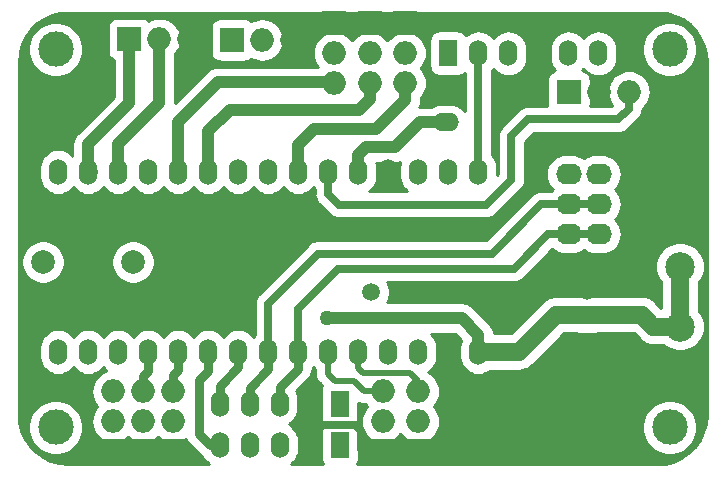
<source format=gbr>
G04 #@! TF.GenerationSoftware,KiCad,Pcbnew,(5.1.4)-1*
G04 #@! TF.CreationDate,2020-10-21T23:09:18-03:00*
G04 #@! TF.ProjectId,2020 - Equisdecito,32303230-202d-4204-9571-756973646563,rev?*
G04 #@! TF.SameCoordinates,Original*
G04 #@! TF.FileFunction,Copper,L2,Bot*
G04 #@! TF.FilePolarity,Positive*
%FSLAX46Y46*%
G04 Gerber Fmt 4.6, Leading zero omitted, Abs format (unit mm)*
G04 Created by KiCad (PCBNEW (5.1.4)-1) date 2020-10-21 23:09:18*
%MOMM*%
%LPD*%
G04 APERTURE LIST*
%ADD10O,1.524000X2.197100*%
%ADD11O,1.524000X2.199640*%
%ADD12C,2.000000*%
%ADD13R,1.524000X2.199640*%
%ADD14O,2.200000X1.750000*%
%ADD15R,2.200000X1.750000*%
%ADD16C,2.500000*%
%ADD17O,2.199640X1.524000*%
%ADD18R,2.199640X1.524000*%
%ADD19O,2.000000X2.000000*%
%ADD20R,2.000000X2.000000*%
%ADD21C,3.000000*%
%ADD22R,1.524000X1.524000*%
%ADD23C,1.524000*%
%ADD24C,1.501140*%
%ADD25C,1.270000*%
%ADD26C,1.000000*%
%ADD27C,0.635000*%
%ADD28C,1.500000*%
%ADD29C,0.762000*%
%ADD30C,0.508000*%
%ADD31C,0.254000*%
G04 APERTURE END LIST*
D10*
X149780000Y-104620000D03*
X147240000Y-104620000D03*
X144700000Y-104620000D03*
X142160000Y-104620000D03*
X139620000Y-104620000D03*
X137080000Y-104620000D03*
X134540000Y-104620000D03*
X132000000Y-104620000D03*
X129460000Y-104620000D03*
X126920000Y-104620000D03*
X124380000Y-104620000D03*
D11*
X121840000Y-104620000D03*
X119300000Y-104620000D03*
X116760000Y-104620000D03*
X114220000Y-104620000D03*
X114220000Y-89380000D03*
X116760000Y-89380000D03*
X119300000Y-89380000D03*
X121840000Y-89380000D03*
X124380000Y-89380000D03*
X126920000Y-89380000D03*
X129460000Y-89380000D03*
X132000000Y-89380000D03*
X134540000Y-89380000D03*
X137080000Y-89380000D03*
X139620000Y-89380000D03*
X142160000Y-89380000D03*
X144700000Y-89380000D03*
X147240000Y-89380000D03*
X149780000Y-89380000D03*
D12*
X120550000Y-97000000D03*
X112950000Y-97000000D03*
D11*
X159960000Y-79330000D03*
X157420000Y-79330000D03*
X154880000Y-79330000D03*
X152340000Y-79330000D03*
X149800000Y-79330000D03*
D13*
X147260000Y-79330000D03*
D14*
X159990000Y-94652000D03*
X159990000Y-92112000D03*
X159990000Y-89572000D03*
D15*
X159990000Y-87032000D03*
D14*
X157450000Y-94652000D03*
X157450000Y-92112000D03*
X157450000Y-89572000D03*
D15*
X157450000Y-87032000D03*
D16*
X166878000Y-87228000D03*
X166878000Y-92308000D03*
D17*
X147040000Y-85190000D03*
D18*
X147040000Y-82650000D03*
D19*
X118872000Y-107960000D03*
X118872000Y-110500000D03*
D20*
X118872000Y-113040000D03*
D21*
X166000000Y-111000000D03*
X166000000Y-79000000D03*
D22*
X158960000Y-101460000D03*
D23*
X158960000Y-99460000D03*
D21*
X114000000Y-79000000D03*
D20*
X128960000Y-78200000D03*
D19*
X131500000Y-78200000D03*
X134040000Y-78200000D03*
D24*
X140716000Y-99568000D03*
X140716000Y-94488000D03*
D11*
X127880000Y-109000000D03*
X130420000Y-109000000D03*
X132960000Y-109000000D03*
X135500000Y-109000000D03*
D13*
X138040000Y-109000000D03*
X138080000Y-112500000D03*
D11*
X135540000Y-112500000D03*
X133000000Y-112500000D03*
X130460000Y-112500000D03*
X127920000Y-112500000D03*
D16*
X166878000Y-102468000D03*
X166878000Y-97388000D03*
D21*
X114000000Y-111000000D03*
D19*
X123952000Y-107960000D03*
X123952000Y-110500000D03*
D20*
X123952000Y-113040000D03*
X141700000Y-113040000D03*
D19*
X141700000Y-110500000D03*
X141700000Y-107960000D03*
X144700000Y-107960000D03*
X144700000Y-110500000D03*
D20*
X144700000Y-113040000D03*
X157460000Y-82590000D03*
D19*
X160000000Y-82590000D03*
X162540000Y-82590000D03*
D20*
X121412000Y-113040000D03*
D19*
X121412000Y-110500000D03*
X121412000Y-107960000D03*
D20*
X143600000Y-76760000D03*
D19*
X143600000Y-79300000D03*
X143600000Y-81840000D03*
X140600000Y-81840000D03*
X140600000Y-79300000D03*
D20*
X140600000Y-76760000D03*
X137600000Y-76760000D03*
D19*
X137600000Y-79300000D03*
X137600000Y-81840000D03*
X125330000Y-78150000D03*
X122790000Y-78150000D03*
D20*
X120250000Y-78150000D03*
D25*
X137000000Y-101750016D03*
D26*
X139620000Y-87960000D02*
X139620000Y-89380000D01*
X140300000Y-87280000D02*
X139620000Y-87960000D01*
X142780000Y-87280000D02*
X140300000Y-87280000D01*
X147040000Y-85190000D02*
X144870000Y-85190000D01*
X144870000Y-85190000D02*
X142780000Y-87280000D01*
D27*
X140065000Y-113040000D02*
X141700000Y-113040000D01*
X139900000Y-112875000D02*
X140065000Y-113040000D01*
X139900000Y-111338038D02*
X139900000Y-112875000D01*
X139339841Y-110777879D02*
X139900000Y-111338038D01*
X135500000Y-109000000D02*
X135500000Y-110140000D01*
X136137879Y-110777879D02*
X139339841Y-110777879D01*
X135500000Y-110140000D02*
X136137879Y-110777879D01*
X135540000Y-111375758D02*
X135540000Y-112500000D01*
X136137879Y-110777879D02*
X135540000Y-111375758D01*
X135500000Y-111335758D02*
X135540000Y-111375758D01*
X135500000Y-110140000D02*
X135500000Y-111335758D01*
D26*
X138237436Y-101750016D02*
X137000000Y-101750016D01*
X148380016Y-101750016D02*
X138237436Y-101750016D01*
X149780000Y-104620000D02*
X149780000Y-103150000D01*
X149780000Y-103150000D02*
X148380016Y-101750016D01*
D28*
X166878000Y-97388000D02*
X166878000Y-102468000D01*
X153220000Y-104620000D02*
X149780000Y-104620000D01*
X156380000Y-101460000D02*
X153220000Y-104620000D01*
X163614000Y-101460000D02*
X156380000Y-101460000D01*
X166878000Y-102468000D02*
X164622000Y-102468000D01*
X164622000Y-102468000D02*
X163614000Y-101460000D01*
D26*
X141710000Y-110510000D02*
X141700000Y-110500000D01*
D29*
X129460000Y-105910000D02*
X129460000Y-104620000D01*
X127880000Y-109000000D02*
X127880000Y-107490000D01*
X127880000Y-107490000D02*
X129460000Y-105910000D01*
D26*
X130420000Y-112460000D02*
X130460000Y-112500000D01*
D29*
X132000000Y-106050000D02*
X132000000Y-104620000D01*
X130420000Y-109000000D02*
X130420000Y-107630000D01*
X130420000Y-107630000D02*
X132000000Y-106050000D01*
D27*
X159990000Y-92112000D02*
X157450000Y-92112000D01*
X132000000Y-100530000D02*
X132000000Y-104620000D01*
X136220000Y-96310000D02*
X132000000Y-100530000D01*
X150940000Y-96310000D02*
X136220000Y-96310000D01*
X157450000Y-92112000D02*
X155138000Y-92112000D01*
X155138000Y-92112000D02*
X150940000Y-96310000D01*
D30*
X132960000Y-108662180D02*
X133000000Y-108622180D01*
X132960000Y-109000000D02*
X132960000Y-108662180D01*
D26*
X133000000Y-109040000D02*
X132960000Y-109000000D01*
D29*
X134540000Y-106030000D02*
X134540000Y-104620000D01*
X133000000Y-108622180D02*
X133000000Y-107570000D01*
X133000000Y-107570000D02*
X134540000Y-106030000D01*
D27*
X159990000Y-94652000D02*
X157450000Y-94652000D01*
X134540000Y-100973894D02*
X134540000Y-104620000D01*
X137933894Y-97580000D02*
X134540000Y-100973894D01*
X152780000Y-97580000D02*
X137933894Y-97580000D01*
X157450000Y-94652000D02*
X155708000Y-94652000D01*
X155708000Y-94652000D02*
X152780000Y-97580000D01*
D29*
X126920000Y-106226550D02*
X126920000Y-104620000D01*
X126170000Y-106976550D02*
X126920000Y-106226550D01*
X126170000Y-111570000D02*
X126170000Y-106976550D01*
X127920000Y-112500000D02*
X127100000Y-112500000D01*
X127100000Y-112500000D02*
X126170000Y-111570000D01*
D27*
X149780000Y-89380000D02*
X149780000Y-79490000D01*
D29*
X124380000Y-106160000D02*
X124380000Y-104620000D01*
X123952000Y-107960000D02*
X123952000Y-106588000D01*
X123952000Y-106588000D02*
X124380000Y-106160000D01*
D30*
X140092180Y-107960000D02*
X139232180Y-107100000D01*
X141700000Y-107960000D02*
X140092180Y-107960000D01*
X139232180Y-107100000D02*
X137700000Y-107100000D01*
X137080000Y-106480000D02*
X137080000Y-104620000D01*
X137700000Y-107100000D02*
X137080000Y-106480000D01*
X139620000Y-105990000D02*
X139620000Y-104620000D01*
X140000000Y-106370000D02*
X139620000Y-105990000D01*
X144020000Y-106370000D02*
X140000000Y-106370000D01*
X144700000Y-107970000D02*
X144700000Y-107050000D01*
X144700000Y-107050000D02*
X144020000Y-106370000D01*
D27*
X137080000Y-89380000D02*
X137080000Y-91260000D01*
X137080000Y-91260000D02*
X137980000Y-92160000D01*
X137980000Y-92160000D02*
X150450000Y-92160000D01*
X150450000Y-92160000D02*
X152580000Y-90030000D01*
X152580000Y-90030000D02*
X152580000Y-86370000D01*
X152580000Y-86370000D02*
X154020000Y-84930000D01*
X154020000Y-84930000D02*
X161638357Y-84930000D01*
X162545009Y-84023348D02*
X162545009Y-82947181D01*
X161638357Y-84930000D02*
X162545009Y-84023348D01*
D26*
X117070000Y-89380000D02*
X116760000Y-89380000D01*
X116800000Y-89110000D02*
X117070000Y-89380000D01*
X116760000Y-87040000D02*
X116760000Y-89380000D01*
X120250000Y-78150000D02*
X120250000Y-83550000D01*
X120250000Y-83550000D02*
X116760000Y-87040000D01*
X121840000Y-89042180D02*
X121840000Y-89380000D01*
X128960000Y-78200000D02*
X128960000Y-78322180D01*
X122790000Y-78150000D02*
X122790000Y-83510000D01*
X119300000Y-87000000D02*
X119300000Y-89380000D01*
X122790000Y-83510000D02*
X119300000Y-87000000D01*
D29*
X121840000Y-106240000D02*
X121840000Y-104620000D01*
X121850000Y-106250000D02*
X121840000Y-106240000D01*
X121412000Y-107960000D02*
X121412000Y-106688000D01*
X121412000Y-106688000D02*
X121850000Y-106250000D01*
D26*
X134540000Y-87100000D02*
X134540000Y-89380000D01*
X135880000Y-85760000D02*
X134540000Y-87100000D01*
X141094213Y-85760000D02*
X135880000Y-85760000D01*
X143600000Y-81840000D02*
X143600000Y-83254213D01*
X143600000Y-83254213D02*
X141094213Y-85760000D01*
X126920000Y-85930000D02*
X126920000Y-89380000D01*
X128760000Y-84090000D02*
X126920000Y-85930000D01*
X139724213Y-84090000D02*
X128760000Y-84090000D01*
X140600000Y-81800000D02*
X140600000Y-83214213D01*
X140600000Y-83214213D02*
X139724213Y-84090000D01*
X124380000Y-85180000D02*
X124380000Y-89380000D01*
X137600000Y-81800000D02*
X127760000Y-81800000D01*
X127760000Y-81800000D02*
X124380000Y-85180000D01*
D31*
G36*
X165728081Y-75953497D02*
G01*
X166433147Y-76146381D01*
X167092916Y-76461075D01*
X167686527Y-76887628D01*
X168195221Y-77412559D01*
X168602920Y-78019279D01*
X168896734Y-78688605D01*
X169069011Y-79406191D01*
X169115000Y-80032447D01*
X169115001Y-109960579D01*
X169046503Y-110728082D01*
X168853619Y-111433147D01*
X168538926Y-112092914D01*
X168112372Y-112686526D01*
X167587438Y-113195223D01*
X166980723Y-113602919D01*
X166311395Y-113896734D01*
X165593810Y-114069011D01*
X164967554Y-114115000D01*
X139499395Y-114115000D01*
X139539636Y-114065966D01*
X139617172Y-113920907D01*
X139664918Y-113763509D01*
X139681040Y-113599820D01*
X139681040Y-111400180D01*
X139664918Y-111236491D01*
X139617172Y-111079093D01*
X139539636Y-110934034D01*
X139435291Y-110806889D01*
X139345971Y-110733586D01*
X139395291Y-110693111D01*
X139499636Y-110565966D01*
X139577172Y-110420907D01*
X139624918Y-110263509D01*
X139641040Y-110099820D01*
X139641040Y-108953665D01*
X139665747Y-108966871D01*
X139673421Y-108970973D01*
X139878699Y-109033243D01*
X140038683Y-109049000D01*
X140038685Y-109049000D01*
X140092180Y-109054269D01*
X140145675Y-109049000D01*
X140219884Y-109049000D01*
X140368426Y-109230000D01*
X140166871Y-109475596D01*
X139996479Y-109794378D01*
X139891552Y-110140277D01*
X139856122Y-110500000D01*
X139891552Y-110859723D01*
X139996479Y-111205622D01*
X140166871Y-111524404D01*
X140396181Y-111803819D01*
X140675596Y-112033129D01*
X140994378Y-112203521D01*
X141340277Y-112308448D01*
X141609861Y-112335000D01*
X141790139Y-112335000D01*
X142059723Y-112308448D01*
X142405622Y-112203521D01*
X142724404Y-112033129D01*
X143003819Y-111803819D01*
X143200000Y-111564772D01*
X143396181Y-111803819D01*
X143675596Y-112033129D01*
X143994378Y-112203521D01*
X144340277Y-112308448D01*
X144609861Y-112335000D01*
X144790139Y-112335000D01*
X145059723Y-112308448D01*
X145405622Y-112203521D01*
X145724404Y-112033129D01*
X146003819Y-111803819D01*
X146233129Y-111524404D01*
X146403521Y-111205622D01*
X146508448Y-110859723D01*
X146517282Y-110770023D01*
X163665000Y-110770023D01*
X163665000Y-111229977D01*
X163754733Y-111681094D01*
X163930750Y-112106037D01*
X164186287Y-112488476D01*
X164511524Y-112813713D01*
X164893963Y-113069250D01*
X165318906Y-113245267D01*
X165770023Y-113335000D01*
X166229977Y-113335000D01*
X166681094Y-113245267D01*
X167106037Y-113069250D01*
X167488476Y-112813713D01*
X167813713Y-112488476D01*
X168069250Y-112106037D01*
X168245267Y-111681094D01*
X168335000Y-111229977D01*
X168335000Y-110770023D01*
X168245267Y-110318906D01*
X168069250Y-109893963D01*
X167813713Y-109511524D01*
X167488476Y-109186287D01*
X167106037Y-108930750D01*
X166681094Y-108754733D01*
X166229977Y-108665000D01*
X165770023Y-108665000D01*
X165318906Y-108754733D01*
X164893963Y-108930750D01*
X164511524Y-109186287D01*
X164186287Y-109511524D01*
X163930750Y-109893963D01*
X163754733Y-110318906D01*
X163665000Y-110770023D01*
X146517282Y-110770023D01*
X146543878Y-110500000D01*
X146508448Y-110140277D01*
X146403521Y-109794378D01*
X146233129Y-109475596D01*
X146031574Y-109230000D01*
X146233129Y-108984404D01*
X146403521Y-108665622D01*
X146508448Y-108319723D01*
X146543878Y-107960000D01*
X146508448Y-107600277D01*
X146403521Y-107254378D01*
X146233129Y-106935596D01*
X146003819Y-106656181D01*
X145724404Y-106426871D01*
X145530715Y-106323342D01*
X145591538Y-106290832D01*
X145834713Y-106091263D01*
X146034282Y-105848089D01*
X146182574Y-105570652D01*
X146273893Y-105269617D01*
X146297000Y-105035005D01*
X146297000Y-104204996D01*
X146273893Y-103970384D01*
X146182574Y-103669348D01*
X146034282Y-103391911D01*
X145834713Y-103148737D01*
X145757069Y-103085016D01*
X147827042Y-103085016D01*
X148337117Y-103595091D01*
X148297426Y-103669348D01*
X148206107Y-103970383D01*
X148183000Y-104204995D01*
X148183000Y-105035004D01*
X148206107Y-105269616D01*
X148297426Y-105570651D01*
X148445718Y-105848088D01*
X148645287Y-106091263D01*
X148888461Y-106290832D01*
X149165898Y-106439124D01*
X149466933Y-106530443D01*
X149780000Y-106561277D01*
X150093066Y-106530443D01*
X150394101Y-106439124D01*
X150671538Y-106290832D01*
X150776124Y-106205000D01*
X153142144Y-106205000D01*
X153220000Y-106212668D01*
X153297856Y-106205000D01*
X153297864Y-106205000D01*
X153530714Y-106182066D01*
X153829488Y-106091434D01*
X154104839Y-105944256D01*
X154346187Y-105746187D01*
X154395824Y-105685704D01*
X157036528Y-103045000D01*
X158035144Y-103045000D01*
X158198000Y-103061040D01*
X159722000Y-103061040D01*
X159884856Y-103045000D01*
X162957472Y-103045000D01*
X163446176Y-103533704D01*
X163495813Y-103594187D01*
X163737161Y-103792256D01*
X164012512Y-103939434D01*
X164311286Y-104030066D01*
X164544136Y-104053000D01*
X164544145Y-104053000D01*
X164621999Y-104060668D01*
X164699853Y-104053000D01*
X165514365Y-104053000D01*
X165548890Y-104087525D01*
X165890382Y-104315703D01*
X166269828Y-104472874D01*
X166672645Y-104553000D01*
X167083355Y-104553000D01*
X167486172Y-104472874D01*
X167865618Y-104315703D01*
X168207110Y-104087525D01*
X168497525Y-103797110D01*
X168725703Y-103455618D01*
X168882874Y-103076172D01*
X168963000Y-102673355D01*
X168963000Y-102262645D01*
X168882874Y-101859828D01*
X168725703Y-101480382D01*
X168497525Y-101138890D01*
X168463000Y-101104365D01*
X168463000Y-98751635D01*
X168497525Y-98717110D01*
X168725703Y-98375618D01*
X168882874Y-97996172D01*
X168963000Y-97593355D01*
X168963000Y-97182645D01*
X168882874Y-96779828D01*
X168725703Y-96400382D01*
X168497525Y-96058890D01*
X168207110Y-95768475D01*
X167865618Y-95540297D01*
X167486172Y-95383126D01*
X167083355Y-95303000D01*
X166672645Y-95303000D01*
X166269828Y-95383126D01*
X165890382Y-95540297D01*
X165548890Y-95768475D01*
X165258475Y-96058890D01*
X165030297Y-96400382D01*
X164873126Y-96779828D01*
X164793000Y-97182645D01*
X164793000Y-97593355D01*
X164873126Y-97996172D01*
X165030297Y-98375618D01*
X165258475Y-98717110D01*
X165293000Y-98751635D01*
X165293001Y-100883000D01*
X165278528Y-100883000D01*
X164789824Y-100394296D01*
X164740187Y-100333813D01*
X164498839Y-100135744D01*
X164223488Y-99988566D01*
X163924714Y-99897934D01*
X163691864Y-99875000D01*
X163691856Y-99875000D01*
X163614000Y-99867332D01*
X163536144Y-99875000D01*
X159884856Y-99875000D01*
X159722000Y-99858960D01*
X158198000Y-99858960D01*
X158035144Y-99875000D01*
X156457864Y-99875000D01*
X156380000Y-99867331D01*
X156069285Y-99897934D01*
X155987221Y-99922828D01*
X155770512Y-99988566D01*
X155495161Y-100135744D01*
X155253813Y-100333813D01*
X155204176Y-100394296D01*
X152563472Y-103035000D01*
X151110132Y-103035000D01*
X151095683Y-102888294D01*
X151019347Y-102636646D01*
X150895382Y-102404725D01*
X150728555Y-102201445D01*
X150677613Y-102159638D01*
X149370382Y-100852408D01*
X149328571Y-100801461D01*
X149125291Y-100634634D01*
X148893370Y-100510669D01*
X148641722Y-100434333D01*
X148445595Y-100415016D01*
X148380016Y-100408557D01*
X148314437Y-100415016D01*
X142056991Y-100415016D01*
X142121114Y-100319049D01*
X142240638Y-100030494D01*
X142301570Y-99724165D01*
X142301570Y-99411835D01*
X142240638Y-99105506D01*
X142121114Y-98816951D01*
X142064686Y-98732500D01*
X152723393Y-98732500D01*
X152780000Y-98738075D01*
X152836607Y-98732500D01*
X152836614Y-98732500D01*
X153005929Y-98715824D01*
X153223176Y-98649923D01*
X153423393Y-98542905D01*
X153598883Y-98398883D01*
X153634975Y-98354905D01*
X156071997Y-95917884D01*
X156270379Y-96080692D01*
X156567445Y-96239477D01*
X156889782Y-96337257D01*
X157141003Y-96362000D01*
X157758997Y-96362000D01*
X158010218Y-96337257D01*
X158332555Y-96239477D01*
X158629621Y-96080692D01*
X158720000Y-96006520D01*
X158810379Y-96080692D01*
X159107445Y-96239477D01*
X159429782Y-96337257D01*
X159681003Y-96362000D01*
X160298997Y-96362000D01*
X160550218Y-96337257D01*
X160872555Y-96239477D01*
X161169621Y-96080692D01*
X161430002Y-95867002D01*
X161643692Y-95606621D01*
X161802477Y-95309555D01*
X161900257Y-94987218D01*
X161933273Y-94652000D01*
X161900257Y-94316782D01*
X161802477Y-93994445D01*
X161643692Y-93697379D01*
X161430002Y-93436998D01*
X161362987Y-93382000D01*
X161430002Y-93327002D01*
X161643692Y-93066621D01*
X161802477Y-92769555D01*
X161900257Y-92447218D01*
X161933273Y-92112000D01*
X161900257Y-91776782D01*
X161802477Y-91454445D01*
X161643692Y-91157379D01*
X161430002Y-90896998D01*
X161362987Y-90842000D01*
X161430002Y-90787002D01*
X161643692Y-90526621D01*
X161802477Y-90229555D01*
X161900257Y-89907218D01*
X161933273Y-89572000D01*
X161900257Y-89236782D01*
X161802477Y-88914445D01*
X161643692Y-88617379D01*
X161430002Y-88356998D01*
X161169621Y-88143308D01*
X160872555Y-87984523D01*
X160550218Y-87886743D01*
X160298997Y-87862000D01*
X159681003Y-87862000D01*
X159429782Y-87886743D01*
X159107445Y-87984523D01*
X158810379Y-88143308D01*
X158720000Y-88217480D01*
X158629621Y-88143308D01*
X158332555Y-87984523D01*
X158010218Y-87886743D01*
X157758997Y-87862000D01*
X157141003Y-87862000D01*
X156889782Y-87886743D01*
X156567445Y-87984523D01*
X156270379Y-88143308D01*
X156009998Y-88356998D01*
X155796308Y-88617379D01*
X155637523Y-88914445D01*
X155539743Y-89236782D01*
X155506727Y-89572000D01*
X155539743Y-89907218D01*
X155637523Y-90229555D01*
X155796308Y-90526621D01*
X156009998Y-90787002D01*
X156077013Y-90842000D01*
X156009998Y-90896998D01*
X155958704Y-90959500D01*
X155194607Y-90959500D01*
X155138000Y-90953925D01*
X155081393Y-90959500D01*
X155081386Y-90959500D01*
X154912071Y-90976176D01*
X154694824Y-91042077D01*
X154586602Y-91099923D01*
X154494607Y-91149095D01*
X154363091Y-91257027D01*
X154363084Y-91257034D01*
X154319117Y-91293117D01*
X154283034Y-91337085D01*
X150462620Y-95157500D01*
X136276606Y-95157500D01*
X136219999Y-95151925D01*
X136163392Y-95157500D01*
X136163386Y-95157500D01*
X136017052Y-95171913D01*
X135994070Y-95174176D01*
X135899473Y-95202872D01*
X135776824Y-95240077D01*
X135576607Y-95347095D01*
X135401117Y-95491117D01*
X135365029Y-95535090D01*
X131225095Y-99675025D01*
X131181117Y-99711117D01*
X131037095Y-99886608D01*
X130930077Y-100086825D01*
X130864176Y-100304072D01*
X130847500Y-100473387D01*
X130847500Y-100473393D01*
X130841925Y-100530000D01*
X130847500Y-100586607D01*
X130847501Y-103170410D01*
X130730000Y-103313584D01*
X130594713Y-103148737D01*
X130351539Y-102949168D01*
X130074102Y-102800876D01*
X129773067Y-102709557D01*
X129460000Y-102678723D01*
X129146934Y-102709557D01*
X128845899Y-102800876D01*
X128568462Y-102949168D01*
X128325287Y-103148737D01*
X128190000Y-103313584D01*
X128054713Y-103148737D01*
X127811539Y-102949168D01*
X127534102Y-102800876D01*
X127233067Y-102709557D01*
X126920000Y-102678723D01*
X126606934Y-102709557D01*
X126305899Y-102800876D01*
X126028462Y-102949168D01*
X125785287Y-103148737D01*
X125650000Y-103313584D01*
X125514713Y-103148737D01*
X125271539Y-102949168D01*
X124994102Y-102800876D01*
X124693067Y-102709557D01*
X124380000Y-102678723D01*
X124066934Y-102709557D01*
X123765899Y-102800876D01*
X123488462Y-102949168D01*
X123245287Y-103148737D01*
X123110521Y-103312949D01*
X122974713Y-103147467D01*
X122731539Y-102947898D01*
X122454102Y-102799606D01*
X122153067Y-102708287D01*
X121840000Y-102677453D01*
X121526934Y-102708287D01*
X121225899Y-102799606D01*
X120948462Y-102947898D01*
X120705287Y-103147467D01*
X120570000Y-103312314D01*
X120434713Y-103147467D01*
X120191539Y-102947898D01*
X119914102Y-102799606D01*
X119613067Y-102708287D01*
X119300000Y-102677453D01*
X118986934Y-102708287D01*
X118685899Y-102799606D01*
X118408462Y-102947898D01*
X118165287Y-103147467D01*
X118030000Y-103312314D01*
X117894713Y-103147467D01*
X117651539Y-102947898D01*
X117374102Y-102799606D01*
X117073067Y-102708287D01*
X116760000Y-102677453D01*
X116446934Y-102708287D01*
X116145899Y-102799606D01*
X115868462Y-102947898D01*
X115625287Y-103147467D01*
X115490000Y-103312314D01*
X115354713Y-103147467D01*
X115111539Y-102947898D01*
X114834102Y-102799606D01*
X114533067Y-102708287D01*
X114220000Y-102677453D01*
X113906934Y-102708287D01*
X113605899Y-102799606D01*
X113328462Y-102947898D01*
X113085287Y-103147467D01*
X112885718Y-103390641D01*
X112737426Y-103668078D01*
X112646107Y-103969113D01*
X112623000Y-104203725D01*
X112623000Y-105036274D01*
X112646107Y-105270886D01*
X112737426Y-105571921D01*
X112885718Y-105849358D01*
X113085287Y-106092533D01*
X113328461Y-106292102D01*
X113605898Y-106440394D01*
X113906933Y-106531713D01*
X114220000Y-106562547D01*
X114533066Y-106531713D01*
X114834101Y-106440394D01*
X115111538Y-106292102D01*
X115354713Y-106092533D01*
X115490000Y-105927686D01*
X115625287Y-106092533D01*
X115868461Y-106292102D01*
X116145898Y-106440394D01*
X116446933Y-106531713D01*
X116760000Y-106562547D01*
X117073066Y-106531713D01*
X117374101Y-106440394D01*
X117651538Y-106292102D01*
X117894713Y-106092533D01*
X118030000Y-105927686D01*
X118165287Y-106092533D01*
X118311437Y-106212476D01*
X118166378Y-106256479D01*
X117847596Y-106426871D01*
X117568181Y-106656181D01*
X117338871Y-106935596D01*
X117168479Y-107254378D01*
X117063552Y-107600277D01*
X117028122Y-107960000D01*
X117063552Y-108319723D01*
X117168479Y-108665622D01*
X117338871Y-108984404D01*
X117540426Y-109230000D01*
X117338871Y-109475596D01*
X117168479Y-109794378D01*
X117063552Y-110140277D01*
X117028122Y-110500000D01*
X117063552Y-110859723D01*
X117168479Y-111205622D01*
X117338871Y-111524404D01*
X117568181Y-111803819D01*
X117847596Y-112033129D01*
X118166378Y-112203521D01*
X118512277Y-112308448D01*
X118781861Y-112335000D01*
X118962139Y-112335000D01*
X119231723Y-112308448D01*
X119577622Y-112203521D01*
X119896404Y-112033129D01*
X120142000Y-111831574D01*
X120387596Y-112033129D01*
X120706378Y-112203521D01*
X121052277Y-112308448D01*
X121321861Y-112335000D01*
X121502139Y-112335000D01*
X121771723Y-112308448D01*
X122117622Y-112203521D01*
X122436404Y-112033129D01*
X122682000Y-111831574D01*
X122927596Y-112033129D01*
X123246378Y-112203521D01*
X123592277Y-112308448D01*
X123861861Y-112335000D01*
X124042139Y-112335000D01*
X124311723Y-112308448D01*
X124657622Y-112203521D01*
X124976404Y-112033129D01*
X125027142Y-111991490D01*
X125041127Y-112037593D01*
X125154041Y-112248841D01*
X125305998Y-112434002D01*
X125352406Y-112472088D01*
X126197920Y-113317604D01*
X126235998Y-113364002D01*
X126421158Y-113515959D01*
X126491852Y-113553746D01*
X126585718Y-113729358D01*
X126785287Y-113972533D01*
X126958882Y-114115000D01*
X115039409Y-114115000D01*
X114271918Y-114046503D01*
X113566853Y-113853619D01*
X112907086Y-113538926D01*
X112313474Y-113112372D01*
X111804777Y-112587438D01*
X111397081Y-111980723D01*
X111103266Y-111311395D01*
X110973295Y-110770023D01*
X111665000Y-110770023D01*
X111665000Y-111229977D01*
X111754733Y-111681094D01*
X111930750Y-112106037D01*
X112186287Y-112488476D01*
X112511524Y-112813713D01*
X112893963Y-113069250D01*
X113318906Y-113245267D01*
X113770023Y-113335000D01*
X114229977Y-113335000D01*
X114681094Y-113245267D01*
X115106037Y-113069250D01*
X115488476Y-112813713D01*
X115813713Y-112488476D01*
X116069250Y-112106037D01*
X116245267Y-111681094D01*
X116335000Y-111229977D01*
X116335000Y-110770023D01*
X116245267Y-110318906D01*
X116069250Y-109893963D01*
X115813713Y-109511524D01*
X115488476Y-109186287D01*
X115106037Y-108930750D01*
X114681094Y-108754733D01*
X114229977Y-108665000D01*
X113770023Y-108665000D01*
X113318906Y-108754733D01*
X112893963Y-108930750D01*
X112511524Y-109186287D01*
X112186287Y-109511524D01*
X111930750Y-109893963D01*
X111754733Y-110318906D01*
X111665000Y-110770023D01*
X110973295Y-110770023D01*
X110930989Y-110593810D01*
X110885000Y-109967554D01*
X110885000Y-96819268D01*
X111115000Y-96819268D01*
X111115000Y-97180732D01*
X111185518Y-97535250D01*
X111323844Y-97869199D01*
X111524662Y-98169744D01*
X111780256Y-98425338D01*
X112080801Y-98626156D01*
X112414750Y-98764482D01*
X112769268Y-98835000D01*
X113130732Y-98835000D01*
X113485250Y-98764482D01*
X113819199Y-98626156D01*
X114119744Y-98425338D01*
X114375338Y-98169744D01*
X114576156Y-97869199D01*
X114714482Y-97535250D01*
X114785000Y-97180732D01*
X114785000Y-96819268D01*
X118715000Y-96819268D01*
X118715000Y-97180732D01*
X118785518Y-97535250D01*
X118923844Y-97869199D01*
X119124662Y-98169744D01*
X119380256Y-98425338D01*
X119680801Y-98626156D01*
X120014750Y-98764482D01*
X120369268Y-98835000D01*
X120730732Y-98835000D01*
X121085250Y-98764482D01*
X121419199Y-98626156D01*
X121719744Y-98425338D01*
X121975338Y-98169744D01*
X122176156Y-97869199D01*
X122314482Y-97535250D01*
X122385000Y-97180732D01*
X122385000Y-96819268D01*
X122314482Y-96464750D01*
X122176156Y-96130801D01*
X121975338Y-95830256D01*
X121719744Y-95574662D01*
X121419199Y-95373844D01*
X121085250Y-95235518D01*
X120730732Y-95165000D01*
X120369268Y-95165000D01*
X120014750Y-95235518D01*
X119680801Y-95373844D01*
X119380256Y-95574662D01*
X119124662Y-95830256D01*
X118923844Y-96130801D01*
X118785518Y-96464750D01*
X118715000Y-96819268D01*
X114785000Y-96819268D01*
X114714482Y-96464750D01*
X114576156Y-96130801D01*
X114375338Y-95830256D01*
X114119744Y-95574662D01*
X113819199Y-95373844D01*
X113485250Y-95235518D01*
X113130732Y-95165000D01*
X112769268Y-95165000D01*
X112414750Y-95235518D01*
X112080801Y-95373844D01*
X111780256Y-95574662D01*
X111524662Y-95830256D01*
X111323844Y-96130801D01*
X111185518Y-96464750D01*
X111115000Y-96819268D01*
X110885000Y-96819268D01*
X110885000Y-88963725D01*
X112623000Y-88963725D01*
X112623000Y-89796274D01*
X112646107Y-90030886D01*
X112737426Y-90331921D01*
X112885718Y-90609358D01*
X113085287Y-90852533D01*
X113328461Y-91052102D01*
X113605898Y-91200394D01*
X113906933Y-91291713D01*
X114220000Y-91322547D01*
X114533066Y-91291713D01*
X114834101Y-91200394D01*
X115111538Y-91052102D01*
X115354713Y-90852533D01*
X115490000Y-90687686D01*
X115625287Y-90852533D01*
X115868461Y-91052102D01*
X116145898Y-91200394D01*
X116446933Y-91291713D01*
X116760000Y-91322547D01*
X117073066Y-91291713D01*
X117374101Y-91200394D01*
X117651538Y-91052102D01*
X117894713Y-90852533D01*
X118030000Y-90687686D01*
X118165287Y-90852533D01*
X118408461Y-91052102D01*
X118685898Y-91200394D01*
X118986933Y-91291713D01*
X119300000Y-91322547D01*
X119613066Y-91291713D01*
X119914101Y-91200394D01*
X120191538Y-91052102D01*
X120434713Y-90852533D01*
X120570000Y-90687686D01*
X120705287Y-90852533D01*
X120948461Y-91052102D01*
X121225898Y-91200394D01*
X121526933Y-91291713D01*
X121840000Y-91322547D01*
X122153066Y-91291713D01*
X122454101Y-91200394D01*
X122731538Y-91052102D01*
X122974713Y-90852533D01*
X123110000Y-90687686D01*
X123245287Y-90852533D01*
X123488461Y-91052102D01*
X123765898Y-91200394D01*
X124066933Y-91291713D01*
X124380000Y-91322547D01*
X124693066Y-91291713D01*
X124994101Y-91200394D01*
X125271538Y-91052102D01*
X125514713Y-90852533D01*
X125650000Y-90687686D01*
X125785287Y-90852533D01*
X126028461Y-91052102D01*
X126305898Y-91200394D01*
X126606933Y-91291713D01*
X126920000Y-91322547D01*
X127233066Y-91291713D01*
X127534101Y-91200394D01*
X127811538Y-91052102D01*
X128054713Y-90852533D01*
X128190000Y-90687686D01*
X128325287Y-90852533D01*
X128568461Y-91052102D01*
X128845898Y-91200394D01*
X129146933Y-91291713D01*
X129460000Y-91322547D01*
X129773066Y-91291713D01*
X130074101Y-91200394D01*
X130351538Y-91052102D01*
X130594713Y-90852533D01*
X130730000Y-90687686D01*
X130865287Y-90852533D01*
X131108461Y-91052102D01*
X131385898Y-91200394D01*
X131686933Y-91291713D01*
X132000000Y-91322547D01*
X132313066Y-91291713D01*
X132614101Y-91200394D01*
X132891538Y-91052102D01*
X133134713Y-90852533D01*
X133270000Y-90687686D01*
X133405287Y-90852533D01*
X133648461Y-91052102D01*
X133925898Y-91200394D01*
X134226933Y-91291713D01*
X134540000Y-91322547D01*
X134853066Y-91291713D01*
X135154101Y-91200394D01*
X135431538Y-91052102D01*
X135674713Y-90852533D01*
X135810000Y-90687686D01*
X135927501Y-90830860D01*
X135927501Y-91203384D01*
X135921925Y-91260000D01*
X135944176Y-91485929D01*
X136010078Y-91703177D01*
X136017372Y-91716823D01*
X136117096Y-91903393D01*
X136261118Y-92078883D01*
X136305090Y-92114971D01*
X137125029Y-92934910D01*
X137161117Y-92978883D01*
X137336607Y-93122905D01*
X137536824Y-93229923D01*
X137650809Y-93264500D01*
X137754070Y-93295824D01*
X137777052Y-93298087D01*
X137923386Y-93312500D01*
X137923392Y-93312500D01*
X137979999Y-93318075D01*
X138036606Y-93312500D01*
X150393393Y-93312500D01*
X150450000Y-93318075D01*
X150506607Y-93312500D01*
X150506614Y-93312500D01*
X150675929Y-93295824D01*
X150893176Y-93229923D01*
X151093393Y-93122905D01*
X151268883Y-92978883D01*
X151304975Y-92934905D01*
X153354911Y-90884970D01*
X153398883Y-90848883D01*
X153542905Y-90673393D01*
X153649923Y-90473176D01*
X153715824Y-90255929D01*
X153732500Y-90086614D01*
X153732500Y-90086607D01*
X153738075Y-90030000D01*
X153732500Y-89973393D01*
X153732500Y-86847380D01*
X154497382Y-86082500D01*
X161581750Y-86082500D01*
X161638357Y-86088075D01*
X161694964Y-86082500D01*
X161694971Y-86082500D01*
X161864286Y-86065824D01*
X162081533Y-85999923D01*
X162281750Y-85892905D01*
X162457240Y-85748883D01*
X162493332Y-85704905D01*
X163319925Y-84878314D01*
X163363892Y-84842231D01*
X163399975Y-84798264D01*
X163399982Y-84798257D01*
X163507914Y-84666741D01*
X163556470Y-84575898D01*
X163614932Y-84466524D01*
X163680833Y-84249277D01*
X163697509Y-84079962D01*
X163697509Y-84079955D01*
X163703084Y-84023348D01*
X163701805Y-84010366D01*
X163843819Y-83893819D01*
X164073129Y-83614404D01*
X164243521Y-83295622D01*
X164348448Y-82949723D01*
X164383878Y-82590000D01*
X164348448Y-82230277D01*
X164243521Y-81884378D01*
X164073129Y-81565596D01*
X163843819Y-81286181D01*
X163564404Y-81056871D01*
X163245622Y-80886479D01*
X162899723Y-80781552D01*
X162630139Y-80755000D01*
X162449861Y-80755000D01*
X162180277Y-80781552D01*
X161834378Y-80886479D01*
X161515596Y-81056871D01*
X161236181Y-81286181D01*
X161006871Y-81565596D01*
X160836479Y-81884378D01*
X160731552Y-82230277D01*
X160696122Y-82590000D01*
X160731552Y-82949723D01*
X160836479Y-83295622D01*
X161006871Y-83614404D01*
X161140720Y-83777500D01*
X159275695Y-83777500D01*
X159282918Y-83753689D01*
X159299040Y-83590000D01*
X159299040Y-81590000D01*
X159282918Y-81426311D01*
X159235172Y-81268913D01*
X159157636Y-81123854D01*
X159053291Y-80996709D01*
X158926146Y-80892364D01*
X158781087Y-80814828D01*
X158623689Y-80767082D01*
X158586790Y-80763448D01*
X158690000Y-80637686D01*
X158825287Y-80802533D01*
X159068462Y-81002102D01*
X159345899Y-81150394D01*
X159646934Y-81241713D01*
X159960000Y-81272547D01*
X160273067Y-81241713D01*
X160574102Y-81150394D01*
X160851539Y-81002102D01*
X161094713Y-80802533D01*
X161294282Y-80559359D01*
X161442574Y-80281922D01*
X161533893Y-79980886D01*
X161557000Y-79746274D01*
X161557000Y-78913725D01*
X161542847Y-78770023D01*
X163665000Y-78770023D01*
X163665000Y-79229977D01*
X163754733Y-79681094D01*
X163930750Y-80106037D01*
X164186287Y-80488476D01*
X164511524Y-80813713D01*
X164893963Y-81069250D01*
X165318906Y-81245267D01*
X165770023Y-81335000D01*
X166229977Y-81335000D01*
X166681094Y-81245267D01*
X167106037Y-81069250D01*
X167488476Y-80813713D01*
X167813713Y-80488476D01*
X168069250Y-80106037D01*
X168245267Y-79681094D01*
X168335000Y-79229977D01*
X168335000Y-78770023D01*
X168245267Y-78318906D01*
X168069250Y-77893963D01*
X167813713Y-77511524D01*
X167488476Y-77186287D01*
X167106037Y-76930750D01*
X166681094Y-76754733D01*
X166229977Y-76665000D01*
X165770023Y-76665000D01*
X165318906Y-76754733D01*
X164893963Y-76930750D01*
X164511524Y-77186287D01*
X164186287Y-77511524D01*
X163930750Y-77893963D01*
X163754733Y-78318906D01*
X163665000Y-78770023D01*
X161542847Y-78770023D01*
X161533893Y-78679113D01*
X161442574Y-78378078D01*
X161294282Y-78100641D01*
X161094713Y-77857467D01*
X160851538Y-77657898D01*
X160574101Y-77509606D01*
X160273066Y-77418287D01*
X159960000Y-77387453D01*
X159646933Y-77418287D01*
X159345898Y-77509606D01*
X159068461Y-77657898D01*
X158825287Y-77857467D01*
X158690000Y-78022314D01*
X158554713Y-77857467D01*
X158311538Y-77657898D01*
X158034101Y-77509606D01*
X157733066Y-77418287D01*
X157420000Y-77387453D01*
X157106933Y-77418287D01*
X156805898Y-77509606D01*
X156528461Y-77657898D01*
X156285287Y-77857467D01*
X156085718Y-78100642D01*
X155937426Y-78378079D01*
X155846107Y-78679114D01*
X155823000Y-78913726D01*
X155823000Y-79746275D01*
X155846107Y-79980887D01*
X155937426Y-80281922D01*
X156085718Y-80559359D01*
X156264190Y-80776826D01*
X156138913Y-80814828D01*
X155993854Y-80892364D01*
X155866709Y-80996709D01*
X155762364Y-81123854D01*
X155684828Y-81268913D01*
X155637082Y-81426311D01*
X155620960Y-81590000D01*
X155620960Y-83590000D01*
X155637082Y-83753689D01*
X155644305Y-83777500D01*
X154076607Y-83777500D01*
X154020000Y-83771925D01*
X153963393Y-83777500D01*
X153963386Y-83777500D01*
X153794071Y-83794176D01*
X153576824Y-83860077D01*
X153481391Y-83911087D01*
X153376607Y-83967095D01*
X153245091Y-84075027D01*
X153245084Y-84075034D01*
X153201117Y-84111117D01*
X153165033Y-84155085D01*
X151805090Y-85515030D01*
X151761118Y-85551117D01*
X151617096Y-85726607D01*
X151577518Y-85800653D01*
X151510078Y-85926823D01*
X151444176Y-86144071D01*
X151421925Y-86370000D01*
X151427501Y-86426616D01*
X151427500Y-89552619D01*
X151377000Y-89603119D01*
X151377000Y-88963726D01*
X151353893Y-88729114D01*
X151262574Y-88428078D01*
X151114282Y-88150641D01*
X150932500Y-87929140D01*
X150932500Y-80804349D01*
X150934713Y-80802533D01*
X151070000Y-80637686D01*
X151205287Y-80802533D01*
X151448462Y-81002102D01*
X151725899Y-81150394D01*
X152026934Y-81241713D01*
X152340000Y-81272547D01*
X152653067Y-81241713D01*
X152954102Y-81150394D01*
X153231539Y-81002102D01*
X153474713Y-80802533D01*
X153674282Y-80559359D01*
X153822574Y-80281922D01*
X153913893Y-79980886D01*
X153937000Y-79746274D01*
X153937000Y-78913725D01*
X153913893Y-78679113D01*
X153822574Y-78378078D01*
X153674282Y-78100641D01*
X153474713Y-77857467D01*
X153231538Y-77657898D01*
X152954101Y-77509606D01*
X152653066Y-77418287D01*
X152340000Y-77387453D01*
X152026933Y-77418287D01*
X151725898Y-77509606D01*
X151448461Y-77657898D01*
X151205287Y-77857467D01*
X151070000Y-78022314D01*
X150934713Y-77857467D01*
X150691538Y-77657898D01*
X150414101Y-77509606D01*
X150113066Y-77418287D01*
X149800000Y-77387453D01*
X149486933Y-77418287D01*
X149185898Y-77509606D01*
X148908461Y-77657898D01*
X148737778Y-77797975D01*
X148719636Y-77764034D01*
X148615291Y-77636889D01*
X148488146Y-77532544D01*
X148343087Y-77455008D01*
X148185689Y-77407262D01*
X148022000Y-77391140D01*
X146498000Y-77391140D01*
X146334311Y-77407262D01*
X146176913Y-77455008D01*
X146031854Y-77532544D01*
X145904709Y-77636889D01*
X145800364Y-77764034D01*
X145722828Y-77909093D01*
X145675082Y-78066491D01*
X145658960Y-78230180D01*
X145658960Y-80429820D01*
X145675082Y-80593509D01*
X145722828Y-80750907D01*
X145800364Y-80895966D01*
X145904709Y-81023111D01*
X146031854Y-81127456D01*
X146176913Y-81204992D01*
X146334311Y-81252738D01*
X146498000Y-81268860D01*
X148022000Y-81268860D01*
X148185689Y-81252738D01*
X148343087Y-81204992D01*
X148488146Y-81127456D01*
X148615291Y-81023111D01*
X148627501Y-81008233D01*
X148627501Y-84195374D01*
X148512533Y-84055287D01*
X148269359Y-83855718D01*
X147991922Y-83707426D01*
X147690887Y-83616107D01*
X147456275Y-83593000D01*
X146623725Y-83593000D01*
X146389113Y-83616107D01*
X146088078Y-83707426D01*
X145811984Y-83855000D01*
X144935575Y-83855000D01*
X144869999Y-83848541D01*
X144804423Y-83855000D01*
X144804421Y-83855000D01*
X144791957Y-83856228D01*
X144839347Y-83767567D01*
X144915683Y-83515919D01*
X144935000Y-83319792D01*
X144941459Y-83254213D01*
X144935000Y-83188634D01*
X144935000Y-83105825D01*
X145133129Y-82864404D01*
X145303521Y-82545622D01*
X145408448Y-82199723D01*
X145443878Y-81840000D01*
X145408448Y-81480277D01*
X145303521Y-81134378D01*
X145133129Y-80815596D01*
X144931574Y-80570000D01*
X145133129Y-80324404D01*
X145303521Y-80005622D01*
X145408448Y-79659723D01*
X145443878Y-79300000D01*
X145408448Y-78940277D01*
X145303521Y-78594378D01*
X145133129Y-78275596D01*
X144903819Y-77996181D01*
X144624404Y-77766871D01*
X144305622Y-77596479D01*
X143959723Y-77491552D01*
X143690139Y-77465000D01*
X143509861Y-77465000D01*
X143240277Y-77491552D01*
X142894378Y-77596479D01*
X142575596Y-77766871D01*
X142296181Y-77996181D01*
X142100000Y-78235228D01*
X141903819Y-77996181D01*
X141624404Y-77766871D01*
X141305622Y-77596479D01*
X140959723Y-77491552D01*
X140690139Y-77465000D01*
X140509861Y-77465000D01*
X140240277Y-77491552D01*
X139894378Y-77596479D01*
X139575596Y-77766871D01*
X139296181Y-77996181D01*
X139100000Y-78235228D01*
X138903819Y-77996181D01*
X138624404Y-77766871D01*
X138305622Y-77596479D01*
X137959723Y-77491552D01*
X137690139Y-77465000D01*
X137509861Y-77465000D01*
X137240277Y-77491552D01*
X136894378Y-77596479D01*
X136575596Y-77766871D01*
X136296181Y-77996181D01*
X136066871Y-78275596D01*
X135896479Y-78594378D01*
X135791552Y-78940277D01*
X135756122Y-79300000D01*
X135791552Y-79659723D01*
X135896479Y-80005622D01*
X136066871Y-80324404D01*
X136182255Y-80465000D01*
X127825579Y-80465000D01*
X127760000Y-80458541D01*
X127694421Y-80465000D01*
X127498294Y-80484317D01*
X127246646Y-80560653D01*
X127014725Y-80684618D01*
X126868436Y-80804674D01*
X126811445Y-80851445D01*
X126769643Y-80902381D01*
X124128119Y-83543906D01*
X124131459Y-83510001D01*
X124125000Y-83444425D01*
X124125000Y-79415825D01*
X124323129Y-79174404D01*
X124493521Y-78855622D01*
X124598448Y-78509723D01*
X124633878Y-78150000D01*
X124598448Y-77790277D01*
X124493521Y-77444378D01*
X124362899Y-77200000D01*
X127120960Y-77200000D01*
X127120960Y-79200000D01*
X127137082Y-79363689D01*
X127184828Y-79521087D01*
X127262364Y-79666146D01*
X127366709Y-79793291D01*
X127493854Y-79897636D01*
X127638913Y-79975172D01*
X127796311Y-80022918D01*
X127960000Y-80039040D01*
X129960000Y-80039040D01*
X130123689Y-80022918D01*
X130281087Y-79975172D01*
X130426146Y-79897636D01*
X130553291Y-79793291D01*
X130563920Y-79780339D01*
X130794378Y-79903521D01*
X131140277Y-80008448D01*
X131409861Y-80035000D01*
X131590139Y-80035000D01*
X131859723Y-80008448D01*
X132205622Y-79903521D01*
X132524404Y-79733129D01*
X132803819Y-79503819D01*
X133033129Y-79224404D01*
X133203521Y-78905622D01*
X133308448Y-78559723D01*
X133343878Y-78200000D01*
X133308448Y-77840277D01*
X133203521Y-77494378D01*
X133033129Y-77175596D01*
X132803819Y-76896181D01*
X132524404Y-76666871D01*
X132205622Y-76496479D01*
X131859723Y-76391552D01*
X131590139Y-76365000D01*
X131409861Y-76365000D01*
X131140277Y-76391552D01*
X130794378Y-76496479D01*
X130563920Y-76619661D01*
X130553291Y-76606709D01*
X130426146Y-76502364D01*
X130281087Y-76424828D01*
X130123689Y-76377082D01*
X129960000Y-76360960D01*
X127960000Y-76360960D01*
X127796311Y-76377082D01*
X127638913Y-76424828D01*
X127493854Y-76502364D01*
X127366709Y-76606709D01*
X127262364Y-76733854D01*
X127184828Y-76878913D01*
X127137082Y-77036311D01*
X127120960Y-77200000D01*
X124362899Y-77200000D01*
X124323129Y-77125596D01*
X124093819Y-76846181D01*
X123814404Y-76616871D01*
X123495622Y-76446479D01*
X123149723Y-76341552D01*
X122880139Y-76315000D01*
X122699861Y-76315000D01*
X122430277Y-76341552D01*
X122084378Y-76446479D01*
X121853920Y-76569661D01*
X121843291Y-76556709D01*
X121716146Y-76452364D01*
X121571087Y-76374828D01*
X121413689Y-76327082D01*
X121250000Y-76310960D01*
X119250000Y-76310960D01*
X119086311Y-76327082D01*
X118928913Y-76374828D01*
X118783854Y-76452364D01*
X118656709Y-76556709D01*
X118552364Y-76683854D01*
X118474828Y-76828913D01*
X118427082Y-76986311D01*
X118410960Y-77150000D01*
X118410960Y-79150000D01*
X118427082Y-79313689D01*
X118474828Y-79471087D01*
X118552364Y-79616146D01*
X118656709Y-79743291D01*
X118783854Y-79847636D01*
X118915000Y-79917735D01*
X118915001Y-82997024D01*
X115862392Y-86049634D01*
X115811445Y-86091445D01*
X115644618Y-86294726D01*
X115520653Y-86526647D01*
X115456451Y-86738294D01*
X115444317Y-86778295D01*
X115418541Y-87040000D01*
X115425000Y-87105579D01*
X115425000Y-87993112D01*
X115354713Y-87907467D01*
X115111539Y-87707898D01*
X114834102Y-87559606D01*
X114533067Y-87468287D01*
X114220000Y-87437453D01*
X113906934Y-87468287D01*
X113605899Y-87559606D01*
X113328462Y-87707898D01*
X113085287Y-87907467D01*
X112885718Y-88150641D01*
X112737426Y-88428078D01*
X112646107Y-88729113D01*
X112623000Y-88963725D01*
X110885000Y-88963725D01*
X110885000Y-80039410D01*
X110953497Y-79271919D01*
X111090800Y-78770023D01*
X111665000Y-78770023D01*
X111665000Y-79229977D01*
X111754733Y-79681094D01*
X111930750Y-80106037D01*
X112186287Y-80488476D01*
X112511524Y-80813713D01*
X112893963Y-81069250D01*
X113318906Y-81245267D01*
X113770023Y-81335000D01*
X114229977Y-81335000D01*
X114681094Y-81245267D01*
X115106037Y-81069250D01*
X115488476Y-80813713D01*
X115813713Y-80488476D01*
X116069250Y-80106037D01*
X116245267Y-79681094D01*
X116335000Y-79229977D01*
X116335000Y-78770023D01*
X116245267Y-78318906D01*
X116069250Y-77893963D01*
X115813713Y-77511524D01*
X115488476Y-77186287D01*
X115106037Y-76930750D01*
X114681094Y-76754733D01*
X114229977Y-76665000D01*
X113770023Y-76665000D01*
X113318906Y-76754733D01*
X112893963Y-76930750D01*
X112511524Y-77186287D01*
X112186287Y-77511524D01*
X111930750Y-77893963D01*
X111754733Y-78318906D01*
X111665000Y-78770023D01*
X111090800Y-78770023D01*
X111146381Y-78566853D01*
X111461075Y-77907084D01*
X111887628Y-77313473D01*
X112412559Y-76804779D01*
X113019279Y-76397080D01*
X113688605Y-76103266D01*
X114406191Y-75930989D01*
X115032447Y-75885000D01*
X164960590Y-75885000D01*
X165728081Y-75953497D01*
X165728081Y-75953497D01*
G37*
X165728081Y-75953497D02*
X166433147Y-76146381D01*
X167092916Y-76461075D01*
X167686527Y-76887628D01*
X168195221Y-77412559D01*
X168602920Y-78019279D01*
X168896734Y-78688605D01*
X169069011Y-79406191D01*
X169115000Y-80032447D01*
X169115001Y-109960579D01*
X169046503Y-110728082D01*
X168853619Y-111433147D01*
X168538926Y-112092914D01*
X168112372Y-112686526D01*
X167587438Y-113195223D01*
X166980723Y-113602919D01*
X166311395Y-113896734D01*
X165593810Y-114069011D01*
X164967554Y-114115000D01*
X139499395Y-114115000D01*
X139539636Y-114065966D01*
X139617172Y-113920907D01*
X139664918Y-113763509D01*
X139681040Y-113599820D01*
X139681040Y-111400180D01*
X139664918Y-111236491D01*
X139617172Y-111079093D01*
X139539636Y-110934034D01*
X139435291Y-110806889D01*
X139345971Y-110733586D01*
X139395291Y-110693111D01*
X139499636Y-110565966D01*
X139577172Y-110420907D01*
X139624918Y-110263509D01*
X139641040Y-110099820D01*
X139641040Y-108953665D01*
X139665747Y-108966871D01*
X139673421Y-108970973D01*
X139878699Y-109033243D01*
X140038683Y-109049000D01*
X140038685Y-109049000D01*
X140092180Y-109054269D01*
X140145675Y-109049000D01*
X140219884Y-109049000D01*
X140368426Y-109230000D01*
X140166871Y-109475596D01*
X139996479Y-109794378D01*
X139891552Y-110140277D01*
X139856122Y-110500000D01*
X139891552Y-110859723D01*
X139996479Y-111205622D01*
X140166871Y-111524404D01*
X140396181Y-111803819D01*
X140675596Y-112033129D01*
X140994378Y-112203521D01*
X141340277Y-112308448D01*
X141609861Y-112335000D01*
X141790139Y-112335000D01*
X142059723Y-112308448D01*
X142405622Y-112203521D01*
X142724404Y-112033129D01*
X143003819Y-111803819D01*
X143200000Y-111564772D01*
X143396181Y-111803819D01*
X143675596Y-112033129D01*
X143994378Y-112203521D01*
X144340277Y-112308448D01*
X144609861Y-112335000D01*
X144790139Y-112335000D01*
X145059723Y-112308448D01*
X145405622Y-112203521D01*
X145724404Y-112033129D01*
X146003819Y-111803819D01*
X146233129Y-111524404D01*
X146403521Y-111205622D01*
X146508448Y-110859723D01*
X146517282Y-110770023D01*
X163665000Y-110770023D01*
X163665000Y-111229977D01*
X163754733Y-111681094D01*
X163930750Y-112106037D01*
X164186287Y-112488476D01*
X164511524Y-112813713D01*
X164893963Y-113069250D01*
X165318906Y-113245267D01*
X165770023Y-113335000D01*
X166229977Y-113335000D01*
X166681094Y-113245267D01*
X167106037Y-113069250D01*
X167488476Y-112813713D01*
X167813713Y-112488476D01*
X168069250Y-112106037D01*
X168245267Y-111681094D01*
X168335000Y-111229977D01*
X168335000Y-110770023D01*
X168245267Y-110318906D01*
X168069250Y-109893963D01*
X167813713Y-109511524D01*
X167488476Y-109186287D01*
X167106037Y-108930750D01*
X166681094Y-108754733D01*
X166229977Y-108665000D01*
X165770023Y-108665000D01*
X165318906Y-108754733D01*
X164893963Y-108930750D01*
X164511524Y-109186287D01*
X164186287Y-109511524D01*
X163930750Y-109893963D01*
X163754733Y-110318906D01*
X163665000Y-110770023D01*
X146517282Y-110770023D01*
X146543878Y-110500000D01*
X146508448Y-110140277D01*
X146403521Y-109794378D01*
X146233129Y-109475596D01*
X146031574Y-109230000D01*
X146233129Y-108984404D01*
X146403521Y-108665622D01*
X146508448Y-108319723D01*
X146543878Y-107960000D01*
X146508448Y-107600277D01*
X146403521Y-107254378D01*
X146233129Y-106935596D01*
X146003819Y-106656181D01*
X145724404Y-106426871D01*
X145530715Y-106323342D01*
X145591538Y-106290832D01*
X145834713Y-106091263D01*
X146034282Y-105848089D01*
X146182574Y-105570652D01*
X146273893Y-105269617D01*
X146297000Y-105035005D01*
X146297000Y-104204996D01*
X146273893Y-103970384D01*
X146182574Y-103669348D01*
X146034282Y-103391911D01*
X145834713Y-103148737D01*
X145757069Y-103085016D01*
X147827042Y-103085016D01*
X148337117Y-103595091D01*
X148297426Y-103669348D01*
X148206107Y-103970383D01*
X148183000Y-104204995D01*
X148183000Y-105035004D01*
X148206107Y-105269616D01*
X148297426Y-105570651D01*
X148445718Y-105848088D01*
X148645287Y-106091263D01*
X148888461Y-106290832D01*
X149165898Y-106439124D01*
X149466933Y-106530443D01*
X149780000Y-106561277D01*
X150093066Y-106530443D01*
X150394101Y-106439124D01*
X150671538Y-106290832D01*
X150776124Y-106205000D01*
X153142144Y-106205000D01*
X153220000Y-106212668D01*
X153297856Y-106205000D01*
X153297864Y-106205000D01*
X153530714Y-106182066D01*
X153829488Y-106091434D01*
X154104839Y-105944256D01*
X154346187Y-105746187D01*
X154395824Y-105685704D01*
X157036528Y-103045000D01*
X158035144Y-103045000D01*
X158198000Y-103061040D01*
X159722000Y-103061040D01*
X159884856Y-103045000D01*
X162957472Y-103045000D01*
X163446176Y-103533704D01*
X163495813Y-103594187D01*
X163737161Y-103792256D01*
X164012512Y-103939434D01*
X164311286Y-104030066D01*
X164544136Y-104053000D01*
X164544145Y-104053000D01*
X164621999Y-104060668D01*
X164699853Y-104053000D01*
X165514365Y-104053000D01*
X165548890Y-104087525D01*
X165890382Y-104315703D01*
X166269828Y-104472874D01*
X166672645Y-104553000D01*
X167083355Y-104553000D01*
X167486172Y-104472874D01*
X167865618Y-104315703D01*
X168207110Y-104087525D01*
X168497525Y-103797110D01*
X168725703Y-103455618D01*
X168882874Y-103076172D01*
X168963000Y-102673355D01*
X168963000Y-102262645D01*
X168882874Y-101859828D01*
X168725703Y-101480382D01*
X168497525Y-101138890D01*
X168463000Y-101104365D01*
X168463000Y-98751635D01*
X168497525Y-98717110D01*
X168725703Y-98375618D01*
X168882874Y-97996172D01*
X168963000Y-97593355D01*
X168963000Y-97182645D01*
X168882874Y-96779828D01*
X168725703Y-96400382D01*
X168497525Y-96058890D01*
X168207110Y-95768475D01*
X167865618Y-95540297D01*
X167486172Y-95383126D01*
X167083355Y-95303000D01*
X166672645Y-95303000D01*
X166269828Y-95383126D01*
X165890382Y-95540297D01*
X165548890Y-95768475D01*
X165258475Y-96058890D01*
X165030297Y-96400382D01*
X164873126Y-96779828D01*
X164793000Y-97182645D01*
X164793000Y-97593355D01*
X164873126Y-97996172D01*
X165030297Y-98375618D01*
X165258475Y-98717110D01*
X165293000Y-98751635D01*
X165293001Y-100883000D01*
X165278528Y-100883000D01*
X164789824Y-100394296D01*
X164740187Y-100333813D01*
X164498839Y-100135744D01*
X164223488Y-99988566D01*
X163924714Y-99897934D01*
X163691864Y-99875000D01*
X163691856Y-99875000D01*
X163614000Y-99867332D01*
X163536144Y-99875000D01*
X159884856Y-99875000D01*
X159722000Y-99858960D01*
X158198000Y-99858960D01*
X158035144Y-99875000D01*
X156457864Y-99875000D01*
X156380000Y-99867331D01*
X156069285Y-99897934D01*
X155987221Y-99922828D01*
X155770512Y-99988566D01*
X155495161Y-100135744D01*
X155253813Y-100333813D01*
X155204176Y-100394296D01*
X152563472Y-103035000D01*
X151110132Y-103035000D01*
X151095683Y-102888294D01*
X151019347Y-102636646D01*
X150895382Y-102404725D01*
X150728555Y-102201445D01*
X150677613Y-102159638D01*
X149370382Y-100852408D01*
X149328571Y-100801461D01*
X149125291Y-100634634D01*
X148893370Y-100510669D01*
X148641722Y-100434333D01*
X148445595Y-100415016D01*
X148380016Y-100408557D01*
X148314437Y-100415016D01*
X142056991Y-100415016D01*
X142121114Y-100319049D01*
X142240638Y-100030494D01*
X142301570Y-99724165D01*
X142301570Y-99411835D01*
X142240638Y-99105506D01*
X142121114Y-98816951D01*
X142064686Y-98732500D01*
X152723393Y-98732500D01*
X152780000Y-98738075D01*
X152836607Y-98732500D01*
X152836614Y-98732500D01*
X153005929Y-98715824D01*
X153223176Y-98649923D01*
X153423393Y-98542905D01*
X153598883Y-98398883D01*
X153634975Y-98354905D01*
X156071997Y-95917884D01*
X156270379Y-96080692D01*
X156567445Y-96239477D01*
X156889782Y-96337257D01*
X157141003Y-96362000D01*
X157758997Y-96362000D01*
X158010218Y-96337257D01*
X158332555Y-96239477D01*
X158629621Y-96080692D01*
X158720000Y-96006520D01*
X158810379Y-96080692D01*
X159107445Y-96239477D01*
X159429782Y-96337257D01*
X159681003Y-96362000D01*
X160298997Y-96362000D01*
X160550218Y-96337257D01*
X160872555Y-96239477D01*
X161169621Y-96080692D01*
X161430002Y-95867002D01*
X161643692Y-95606621D01*
X161802477Y-95309555D01*
X161900257Y-94987218D01*
X161933273Y-94652000D01*
X161900257Y-94316782D01*
X161802477Y-93994445D01*
X161643692Y-93697379D01*
X161430002Y-93436998D01*
X161362987Y-93382000D01*
X161430002Y-93327002D01*
X161643692Y-93066621D01*
X161802477Y-92769555D01*
X161900257Y-92447218D01*
X161933273Y-92112000D01*
X161900257Y-91776782D01*
X161802477Y-91454445D01*
X161643692Y-91157379D01*
X161430002Y-90896998D01*
X161362987Y-90842000D01*
X161430002Y-90787002D01*
X161643692Y-90526621D01*
X161802477Y-90229555D01*
X161900257Y-89907218D01*
X161933273Y-89572000D01*
X161900257Y-89236782D01*
X161802477Y-88914445D01*
X161643692Y-88617379D01*
X161430002Y-88356998D01*
X161169621Y-88143308D01*
X160872555Y-87984523D01*
X160550218Y-87886743D01*
X160298997Y-87862000D01*
X159681003Y-87862000D01*
X159429782Y-87886743D01*
X159107445Y-87984523D01*
X158810379Y-88143308D01*
X158720000Y-88217480D01*
X158629621Y-88143308D01*
X158332555Y-87984523D01*
X158010218Y-87886743D01*
X157758997Y-87862000D01*
X157141003Y-87862000D01*
X156889782Y-87886743D01*
X156567445Y-87984523D01*
X156270379Y-88143308D01*
X156009998Y-88356998D01*
X155796308Y-88617379D01*
X155637523Y-88914445D01*
X155539743Y-89236782D01*
X155506727Y-89572000D01*
X155539743Y-89907218D01*
X155637523Y-90229555D01*
X155796308Y-90526621D01*
X156009998Y-90787002D01*
X156077013Y-90842000D01*
X156009998Y-90896998D01*
X155958704Y-90959500D01*
X155194607Y-90959500D01*
X155138000Y-90953925D01*
X155081393Y-90959500D01*
X155081386Y-90959500D01*
X154912071Y-90976176D01*
X154694824Y-91042077D01*
X154586602Y-91099923D01*
X154494607Y-91149095D01*
X154363091Y-91257027D01*
X154363084Y-91257034D01*
X154319117Y-91293117D01*
X154283034Y-91337085D01*
X150462620Y-95157500D01*
X136276606Y-95157500D01*
X136219999Y-95151925D01*
X136163392Y-95157500D01*
X136163386Y-95157500D01*
X136017052Y-95171913D01*
X135994070Y-95174176D01*
X135899473Y-95202872D01*
X135776824Y-95240077D01*
X135576607Y-95347095D01*
X135401117Y-95491117D01*
X135365029Y-95535090D01*
X131225095Y-99675025D01*
X131181117Y-99711117D01*
X131037095Y-99886608D01*
X130930077Y-100086825D01*
X130864176Y-100304072D01*
X130847500Y-100473387D01*
X130847500Y-100473393D01*
X130841925Y-100530000D01*
X130847500Y-100586607D01*
X130847501Y-103170410D01*
X130730000Y-103313584D01*
X130594713Y-103148737D01*
X130351539Y-102949168D01*
X130074102Y-102800876D01*
X129773067Y-102709557D01*
X129460000Y-102678723D01*
X129146934Y-102709557D01*
X128845899Y-102800876D01*
X128568462Y-102949168D01*
X128325287Y-103148737D01*
X128190000Y-103313584D01*
X128054713Y-103148737D01*
X127811539Y-102949168D01*
X127534102Y-102800876D01*
X127233067Y-102709557D01*
X126920000Y-102678723D01*
X126606934Y-102709557D01*
X126305899Y-102800876D01*
X126028462Y-102949168D01*
X125785287Y-103148737D01*
X125650000Y-103313584D01*
X125514713Y-103148737D01*
X125271539Y-102949168D01*
X124994102Y-102800876D01*
X124693067Y-102709557D01*
X124380000Y-102678723D01*
X124066934Y-102709557D01*
X123765899Y-102800876D01*
X123488462Y-102949168D01*
X123245287Y-103148737D01*
X123110521Y-103312949D01*
X122974713Y-103147467D01*
X122731539Y-102947898D01*
X122454102Y-102799606D01*
X122153067Y-102708287D01*
X121840000Y-102677453D01*
X121526934Y-102708287D01*
X121225899Y-102799606D01*
X120948462Y-102947898D01*
X120705287Y-103147467D01*
X120570000Y-103312314D01*
X120434713Y-103147467D01*
X120191539Y-102947898D01*
X119914102Y-102799606D01*
X119613067Y-102708287D01*
X119300000Y-102677453D01*
X118986934Y-102708287D01*
X118685899Y-102799606D01*
X118408462Y-102947898D01*
X118165287Y-103147467D01*
X118030000Y-103312314D01*
X117894713Y-103147467D01*
X117651539Y-102947898D01*
X117374102Y-102799606D01*
X117073067Y-102708287D01*
X116760000Y-102677453D01*
X116446934Y-102708287D01*
X116145899Y-102799606D01*
X115868462Y-102947898D01*
X115625287Y-103147467D01*
X115490000Y-103312314D01*
X115354713Y-103147467D01*
X115111539Y-102947898D01*
X114834102Y-102799606D01*
X114533067Y-102708287D01*
X114220000Y-102677453D01*
X113906934Y-102708287D01*
X113605899Y-102799606D01*
X113328462Y-102947898D01*
X113085287Y-103147467D01*
X112885718Y-103390641D01*
X112737426Y-103668078D01*
X112646107Y-103969113D01*
X112623000Y-104203725D01*
X112623000Y-105036274D01*
X112646107Y-105270886D01*
X112737426Y-105571921D01*
X112885718Y-105849358D01*
X113085287Y-106092533D01*
X113328461Y-106292102D01*
X113605898Y-106440394D01*
X113906933Y-106531713D01*
X114220000Y-106562547D01*
X114533066Y-106531713D01*
X114834101Y-106440394D01*
X115111538Y-106292102D01*
X115354713Y-106092533D01*
X115490000Y-105927686D01*
X115625287Y-106092533D01*
X115868461Y-106292102D01*
X116145898Y-106440394D01*
X116446933Y-106531713D01*
X116760000Y-106562547D01*
X117073066Y-106531713D01*
X117374101Y-106440394D01*
X117651538Y-106292102D01*
X117894713Y-106092533D01*
X118030000Y-105927686D01*
X118165287Y-106092533D01*
X118311437Y-106212476D01*
X118166378Y-106256479D01*
X117847596Y-106426871D01*
X117568181Y-106656181D01*
X117338871Y-106935596D01*
X117168479Y-107254378D01*
X117063552Y-107600277D01*
X117028122Y-107960000D01*
X117063552Y-108319723D01*
X117168479Y-108665622D01*
X117338871Y-108984404D01*
X117540426Y-109230000D01*
X117338871Y-109475596D01*
X117168479Y-109794378D01*
X117063552Y-110140277D01*
X117028122Y-110500000D01*
X117063552Y-110859723D01*
X117168479Y-111205622D01*
X117338871Y-111524404D01*
X117568181Y-111803819D01*
X117847596Y-112033129D01*
X118166378Y-112203521D01*
X118512277Y-112308448D01*
X118781861Y-112335000D01*
X118962139Y-112335000D01*
X119231723Y-112308448D01*
X119577622Y-112203521D01*
X119896404Y-112033129D01*
X120142000Y-111831574D01*
X120387596Y-112033129D01*
X120706378Y-112203521D01*
X121052277Y-112308448D01*
X121321861Y-112335000D01*
X121502139Y-112335000D01*
X121771723Y-112308448D01*
X122117622Y-112203521D01*
X122436404Y-112033129D01*
X122682000Y-111831574D01*
X122927596Y-112033129D01*
X123246378Y-112203521D01*
X123592277Y-112308448D01*
X123861861Y-112335000D01*
X124042139Y-112335000D01*
X124311723Y-112308448D01*
X124657622Y-112203521D01*
X124976404Y-112033129D01*
X125027142Y-111991490D01*
X125041127Y-112037593D01*
X125154041Y-112248841D01*
X125305998Y-112434002D01*
X125352406Y-112472088D01*
X126197920Y-113317604D01*
X126235998Y-113364002D01*
X126421158Y-113515959D01*
X126491852Y-113553746D01*
X126585718Y-113729358D01*
X126785287Y-113972533D01*
X126958882Y-114115000D01*
X115039409Y-114115000D01*
X114271918Y-114046503D01*
X113566853Y-113853619D01*
X112907086Y-113538926D01*
X112313474Y-113112372D01*
X111804777Y-112587438D01*
X111397081Y-111980723D01*
X111103266Y-111311395D01*
X110973295Y-110770023D01*
X111665000Y-110770023D01*
X111665000Y-111229977D01*
X111754733Y-111681094D01*
X111930750Y-112106037D01*
X112186287Y-112488476D01*
X112511524Y-112813713D01*
X112893963Y-113069250D01*
X113318906Y-113245267D01*
X113770023Y-113335000D01*
X114229977Y-113335000D01*
X114681094Y-113245267D01*
X115106037Y-113069250D01*
X115488476Y-112813713D01*
X115813713Y-112488476D01*
X116069250Y-112106037D01*
X116245267Y-111681094D01*
X116335000Y-111229977D01*
X116335000Y-110770023D01*
X116245267Y-110318906D01*
X116069250Y-109893963D01*
X115813713Y-109511524D01*
X115488476Y-109186287D01*
X115106037Y-108930750D01*
X114681094Y-108754733D01*
X114229977Y-108665000D01*
X113770023Y-108665000D01*
X113318906Y-108754733D01*
X112893963Y-108930750D01*
X112511524Y-109186287D01*
X112186287Y-109511524D01*
X111930750Y-109893963D01*
X111754733Y-110318906D01*
X111665000Y-110770023D01*
X110973295Y-110770023D01*
X110930989Y-110593810D01*
X110885000Y-109967554D01*
X110885000Y-96819268D01*
X111115000Y-96819268D01*
X111115000Y-97180732D01*
X111185518Y-97535250D01*
X111323844Y-97869199D01*
X111524662Y-98169744D01*
X111780256Y-98425338D01*
X112080801Y-98626156D01*
X112414750Y-98764482D01*
X112769268Y-98835000D01*
X113130732Y-98835000D01*
X113485250Y-98764482D01*
X113819199Y-98626156D01*
X114119744Y-98425338D01*
X114375338Y-98169744D01*
X114576156Y-97869199D01*
X114714482Y-97535250D01*
X114785000Y-97180732D01*
X114785000Y-96819268D01*
X118715000Y-96819268D01*
X118715000Y-97180732D01*
X118785518Y-97535250D01*
X118923844Y-97869199D01*
X119124662Y-98169744D01*
X119380256Y-98425338D01*
X119680801Y-98626156D01*
X120014750Y-98764482D01*
X120369268Y-98835000D01*
X120730732Y-98835000D01*
X121085250Y-98764482D01*
X121419199Y-98626156D01*
X121719744Y-98425338D01*
X121975338Y-98169744D01*
X122176156Y-97869199D01*
X122314482Y-97535250D01*
X122385000Y-97180732D01*
X122385000Y-96819268D01*
X122314482Y-96464750D01*
X122176156Y-96130801D01*
X121975338Y-95830256D01*
X121719744Y-95574662D01*
X121419199Y-95373844D01*
X121085250Y-95235518D01*
X120730732Y-95165000D01*
X120369268Y-95165000D01*
X120014750Y-95235518D01*
X119680801Y-95373844D01*
X119380256Y-95574662D01*
X119124662Y-95830256D01*
X118923844Y-96130801D01*
X118785518Y-96464750D01*
X118715000Y-96819268D01*
X114785000Y-96819268D01*
X114714482Y-96464750D01*
X114576156Y-96130801D01*
X114375338Y-95830256D01*
X114119744Y-95574662D01*
X113819199Y-95373844D01*
X113485250Y-95235518D01*
X113130732Y-95165000D01*
X112769268Y-95165000D01*
X112414750Y-95235518D01*
X112080801Y-95373844D01*
X111780256Y-95574662D01*
X111524662Y-95830256D01*
X111323844Y-96130801D01*
X111185518Y-96464750D01*
X111115000Y-96819268D01*
X110885000Y-96819268D01*
X110885000Y-88963725D01*
X112623000Y-88963725D01*
X112623000Y-89796274D01*
X112646107Y-90030886D01*
X112737426Y-90331921D01*
X112885718Y-90609358D01*
X113085287Y-90852533D01*
X113328461Y-91052102D01*
X113605898Y-91200394D01*
X113906933Y-91291713D01*
X114220000Y-91322547D01*
X114533066Y-91291713D01*
X114834101Y-91200394D01*
X115111538Y-91052102D01*
X115354713Y-90852533D01*
X115490000Y-90687686D01*
X115625287Y-90852533D01*
X115868461Y-91052102D01*
X116145898Y-91200394D01*
X116446933Y-91291713D01*
X116760000Y-91322547D01*
X117073066Y-91291713D01*
X117374101Y-91200394D01*
X117651538Y-91052102D01*
X117894713Y-90852533D01*
X118030000Y-90687686D01*
X118165287Y-90852533D01*
X118408461Y-91052102D01*
X118685898Y-91200394D01*
X118986933Y-91291713D01*
X119300000Y-91322547D01*
X119613066Y-91291713D01*
X119914101Y-91200394D01*
X120191538Y-91052102D01*
X120434713Y-90852533D01*
X120570000Y-90687686D01*
X120705287Y-90852533D01*
X120948461Y-91052102D01*
X121225898Y-91200394D01*
X121526933Y-91291713D01*
X121840000Y-91322547D01*
X122153066Y-91291713D01*
X122454101Y-91200394D01*
X122731538Y-91052102D01*
X122974713Y-90852533D01*
X123110000Y-90687686D01*
X123245287Y-90852533D01*
X123488461Y-91052102D01*
X123765898Y-91200394D01*
X124066933Y-91291713D01*
X124380000Y-91322547D01*
X124693066Y-91291713D01*
X124994101Y-91200394D01*
X125271538Y-91052102D01*
X125514713Y-90852533D01*
X125650000Y-90687686D01*
X125785287Y-90852533D01*
X126028461Y-91052102D01*
X126305898Y-91200394D01*
X126606933Y-91291713D01*
X126920000Y-91322547D01*
X127233066Y-91291713D01*
X127534101Y-91200394D01*
X127811538Y-91052102D01*
X128054713Y-90852533D01*
X128190000Y-90687686D01*
X128325287Y-90852533D01*
X128568461Y-91052102D01*
X128845898Y-91200394D01*
X129146933Y-91291713D01*
X129460000Y-91322547D01*
X129773066Y-91291713D01*
X130074101Y-91200394D01*
X130351538Y-91052102D01*
X130594713Y-90852533D01*
X130730000Y-90687686D01*
X130865287Y-90852533D01*
X131108461Y-91052102D01*
X131385898Y-91200394D01*
X131686933Y-91291713D01*
X132000000Y-91322547D01*
X132313066Y-91291713D01*
X132614101Y-91200394D01*
X132891538Y-91052102D01*
X133134713Y-90852533D01*
X133270000Y-90687686D01*
X133405287Y-90852533D01*
X133648461Y-91052102D01*
X133925898Y-91200394D01*
X134226933Y-91291713D01*
X134540000Y-91322547D01*
X134853066Y-91291713D01*
X135154101Y-91200394D01*
X135431538Y-91052102D01*
X135674713Y-90852533D01*
X135810000Y-90687686D01*
X135927501Y-90830860D01*
X135927501Y-91203384D01*
X135921925Y-91260000D01*
X135944176Y-91485929D01*
X136010078Y-91703177D01*
X136017372Y-91716823D01*
X136117096Y-91903393D01*
X136261118Y-92078883D01*
X136305090Y-92114971D01*
X137125029Y-92934910D01*
X137161117Y-92978883D01*
X137336607Y-93122905D01*
X137536824Y-93229923D01*
X137650809Y-93264500D01*
X137754070Y-93295824D01*
X137777052Y-93298087D01*
X137923386Y-93312500D01*
X137923392Y-93312500D01*
X137979999Y-93318075D01*
X138036606Y-93312500D01*
X150393393Y-93312500D01*
X150450000Y-93318075D01*
X150506607Y-93312500D01*
X150506614Y-93312500D01*
X150675929Y-93295824D01*
X150893176Y-93229923D01*
X151093393Y-93122905D01*
X151268883Y-92978883D01*
X151304975Y-92934905D01*
X153354911Y-90884970D01*
X153398883Y-90848883D01*
X153542905Y-90673393D01*
X153649923Y-90473176D01*
X153715824Y-90255929D01*
X153732500Y-90086614D01*
X153732500Y-90086607D01*
X153738075Y-90030000D01*
X153732500Y-89973393D01*
X153732500Y-86847380D01*
X154497382Y-86082500D01*
X161581750Y-86082500D01*
X161638357Y-86088075D01*
X161694964Y-86082500D01*
X161694971Y-86082500D01*
X161864286Y-86065824D01*
X162081533Y-85999923D01*
X162281750Y-85892905D01*
X162457240Y-85748883D01*
X162493332Y-85704905D01*
X163319925Y-84878314D01*
X163363892Y-84842231D01*
X163399975Y-84798264D01*
X163399982Y-84798257D01*
X163507914Y-84666741D01*
X163556470Y-84575898D01*
X163614932Y-84466524D01*
X163680833Y-84249277D01*
X163697509Y-84079962D01*
X163697509Y-84079955D01*
X163703084Y-84023348D01*
X163701805Y-84010366D01*
X163843819Y-83893819D01*
X164073129Y-83614404D01*
X164243521Y-83295622D01*
X164348448Y-82949723D01*
X164383878Y-82590000D01*
X164348448Y-82230277D01*
X164243521Y-81884378D01*
X164073129Y-81565596D01*
X163843819Y-81286181D01*
X163564404Y-81056871D01*
X163245622Y-80886479D01*
X162899723Y-80781552D01*
X162630139Y-80755000D01*
X162449861Y-80755000D01*
X162180277Y-80781552D01*
X161834378Y-80886479D01*
X161515596Y-81056871D01*
X161236181Y-81286181D01*
X161006871Y-81565596D01*
X160836479Y-81884378D01*
X160731552Y-82230277D01*
X160696122Y-82590000D01*
X160731552Y-82949723D01*
X160836479Y-83295622D01*
X161006871Y-83614404D01*
X161140720Y-83777500D01*
X159275695Y-83777500D01*
X159282918Y-83753689D01*
X159299040Y-83590000D01*
X159299040Y-81590000D01*
X159282918Y-81426311D01*
X159235172Y-81268913D01*
X159157636Y-81123854D01*
X159053291Y-80996709D01*
X158926146Y-80892364D01*
X158781087Y-80814828D01*
X158623689Y-80767082D01*
X158586790Y-80763448D01*
X158690000Y-80637686D01*
X158825287Y-80802533D01*
X159068462Y-81002102D01*
X159345899Y-81150394D01*
X159646934Y-81241713D01*
X159960000Y-81272547D01*
X160273067Y-81241713D01*
X160574102Y-81150394D01*
X160851539Y-81002102D01*
X161094713Y-80802533D01*
X161294282Y-80559359D01*
X161442574Y-80281922D01*
X161533893Y-79980886D01*
X161557000Y-79746274D01*
X161557000Y-78913725D01*
X161542847Y-78770023D01*
X163665000Y-78770023D01*
X163665000Y-79229977D01*
X163754733Y-79681094D01*
X163930750Y-80106037D01*
X164186287Y-80488476D01*
X164511524Y-80813713D01*
X164893963Y-81069250D01*
X165318906Y-81245267D01*
X165770023Y-81335000D01*
X166229977Y-81335000D01*
X166681094Y-81245267D01*
X167106037Y-81069250D01*
X167488476Y-80813713D01*
X167813713Y-80488476D01*
X168069250Y-80106037D01*
X168245267Y-79681094D01*
X168335000Y-79229977D01*
X168335000Y-78770023D01*
X168245267Y-78318906D01*
X168069250Y-77893963D01*
X167813713Y-77511524D01*
X167488476Y-77186287D01*
X167106037Y-76930750D01*
X166681094Y-76754733D01*
X166229977Y-76665000D01*
X165770023Y-76665000D01*
X165318906Y-76754733D01*
X164893963Y-76930750D01*
X164511524Y-77186287D01*
X164186287Y-77511524D01*
X163930750Y-77893963D01*
X163754733Y-78318906D01*
X163665000Y-78770023D01*
X161542847Y-78770023D01*
X161533893Y-78679113D01*
X161442574Y-78378078D01*
X161294282Y-78100641D01*
X161094713Y-77857467D01*
X160851538Y-77657898D01*
X160574101Y-77509606D01*
X160273066Y-77418287D01*
X159960000Y-77387453D01*
X159646933Y-77418287D01*
X159345898Y-77509606D01*
X159068461Y-77657898D01*
X158825287Y-77857467D01*
X158690000Y-78022314D01*
X158554713Y-77857467D01*
X158311538Y-77657898D01*
X158034101Y-77509606D01*
X157733066Y-77418287D01*
X157420000Y-77387453D01*
X157106933Y-77418287D01*
X156805898Y-77509606D01*
X156528461Y-77657898D01*
X156285287Y-77857467D01*
X156085718Y-78100642D01*
X155937426Y-78378079D01*
X155846107Y-78679114D01*
X155823000Y-78913726D01*
X155823000Y-79746275D01*
X155846107Y-79980887D01*
X155937426Y-80281922D01*
X156085718Y-80559359D01*
X156264190Y-80776826D01*
X156138913Y-80814828D01*
X155993854Y-80892364D01*
X155866709Y-80996709D01*
X155762364Y-81123854D01*
X155684828Y-81268913D01*
X155637082Y-81426311D01*
X155620960Y-81590000D01*
X155620960Y-83590000D01*
X155637082Y-83753689D01*
X155644305Y-83777500D01*
X154076607Y-83777500D01*
X154020000Y-83771925D01*
X153963393Y-83777500D01*
X153963386Y-83777500D01*
X153794071Y-83794176D01*
X153576824Y-83860077D01*
X153481391Y-83911087D01*
X153376607Y-83967095D01*
X153245091Y-84075027D01*
X153245084Y-84075034D01*
X153201117Y-84111117D01*
X153165033Y-84155085D01*
X151805090Y-85515030D01*
X151761118Y-85551117D01*
X151617096Y-85726607D01*
X151577518Y-85800653D01*
X151510078Y-85926823D01*
X151444176Y-86144071D01*
X151421925Y-86370000D01*
X151427501Y-86426616D01*
X151427500Y-89552619D01*
X151377000Y-89603119D01*
X151377000Y-88963726D01*
X151353893Y-88729114D01*
X151262574Y-88428078D01*
X151114282Y-88150641D01*
X150932500Y-87929140D01*
X150932500Y-80804349D01*
X150934713Y-80802533D01*
X151070000Y-80637686D01*
X151205287Y-80802533D01*
X151448462Y-81002102D01*
X151725899Y-81150394D01*
X152026934Y-81241713D01*
X152340000Y-81272547D01*
X152653067Y-81241713D01*
X152954102Y-81150394D01*
X153231539Y-81002102D01*
X153474713Y-80802533D01*
X153674282Y-80559359D01*
X153822574Y-80281922D01*
X153913893Y-79980886D01*
X153937000Y-79746274D01*
X153937000Y-78913725D01*
X153913893Y-78679113D01*
X153822574Y-78378078D01*
X153674282Y-78100641D01*
X153474713Y-77857467D01*
X153231538Y-77657898D01*
X152954101Y-77509606D01*
X152653066Y-77418287D01*
X152340000Y-77387453D01*
X152026933Y-77418287D01*
X151725898Y-77509606D01*
X151448461Y-77657898D01*
X151205287Y-77857467D01*
X151070000Y-78022314D01*
X150934713Y-77857467D01*
X150691538Y-77657898D01*
X150414101Y-77509606D01*
X150113066Y-77418287D01*
X149800000Y-77387453D01*
X149486933Y-77418287D01*
X149185898Y-77509606D01*
X148908461Y-77657898D01*
X148737778Y-77797975D01*
X148719636Y-77764034D01*
X148615291Y-77636889D01*
X148488146Y-77532544D01*
X148343087Y-77455008D01*
X148185689Y-77407262D01*
X148022000Y-77391140D01*
X146498000Y-77391140D01*
X146334311Y-77407262D01*
X146176913Y-77455008D01*
X146031854Y-77532544D01*
X145904709Y-77636889D01*
X145800364Y-77764034D01*
X145722828Y-77909093D01*
X145675082Y-78066491D01*
X145658960Y-78230180D01*
X145658960Y-80429820D01*
X145675082Y-80593509D01*
X145722828Y-80750907D01*
X145800364Y-80895966D01*
X145904709Y-81023111D01*
X146031854Y-81127456D01*
X146176913Y-81204992D01*
X146334311Y-81252738D01*
X146498000Y-81268860D01*
X148022000Y-81268860D01*
X148185689Y-81252738D01*
X148343087Y-81204992D01*
X148488146Y-81127456D01*
X148615291Y-81023111D01*
X148627501Y-81008233D01*
X148627501Y-84195374D01*
X148512533Y-84055287D01*
X148269359Y-83855718D01*
X147991922Y-83707426D01*
X147690887Y-83616107D01*
X147456275Y-83593000D01*
X146623725Y-83593000D01*
X146389113Y-83616107D01*
X146088078Y-83707426D01*
X145811984Y-83855000D01*
X144935575Y-83855000D01*
X144869999Y-83848541D01*
X144804423Y-83855000D01*
X144804421Y-83855000D01*
X144791957Y-83856228D01*
X144839347Y-83767567D01*
X144915683Y-83515919D01*
X144935000Y-83319792D01*
X144941459Y-83254213D01*
X144935000Y-83188634D01*
X144935000Y-83105825D01*
X145133129Y-82864404D01*
X145303521Y-82545622D01*
X145408448Y-82199723D01*
X145443878Y-81840000D01*
X145408448Y-81480277D01*
X145303521Y-81134378D01*
X145133129Y-80815596D01*
X144931574Y-80570000D01*
X145133129Y-80324404D01*
X145303521Y-80005622D01*
X145408448Y-79659723D01*
X145443878Y-79300000D01*
X145408448Y-78940277D01*
X145303521Y-78594378D01*
X145133129Y-78275596D01*
X144903819Y-77996181D01*
X144624404Y-77766871D01*
X144305622Y-77596479D01*
X143959723Y-77491552D01*
X143690139Y-77465000D01*
X143509861Y-77465000D01*
X143240277Y-77491552D01*
X142894378Y-77596479D01*
X142575596Y-77766871D01*
X142296181Y-77996181D01*
X142100000Y-78235228D01*
X141903819Y-77996181D01*
X141624404Y-77766871D01*
X141305622Y-77596479D01*
X140959723Y-77491552D01*
X140690139Y-77465000D01*
X140509861Y-77465000D01*
X140240277Y-77491552D01*
X139894378Y-77596479D01*
X139575596Y-77766871D01*
X139296181Y-77996181D01*
X139100000Y-78235228D01*
X138903819Y-77996181D01*
X138624404Y-77766871D01*
X138305622Y-77596479D01*
X137959723Y-77491552D01*
X137690139Y-77465000D01*
X137509861Y-77465000D01*
X137240277Y-77491552D01*
X136894378Y-77596479D01*
X136575596Y-77766871D01*
X136296181Y-77996181D01*
X136066871Y-78275596D01*
X135896479Y-78594378D01*
X135791552Y-78940277D01*
X135756122Y-79300000D01*
X135791552Y-79659723D01*
X135896479Y-80005622D01*
X136066871Y-80324404D01*
X136182255Y-80465000D01*
X127825579Y-80465000D01*
X127760000Y-80458541D01*
X127694421Y-80465000D01*
X127498294Y-80484317D01*
X127246646Y-80560653D01*
X127014725Y-80684618D01*
X126868436Y-80804674D01*
X126811445Y-80851445D01*
X126769643Y-80902381D01*
X124128119Y-83543906D01*
X124131459Y-83510001D01*
X124125000Y-83444425D01*
X124125000Y-79415825D01*
X124323129Y-79174404D01*
X124493521Y-78855622D01*
X124598448Y-78509723D01*
X124633878Y-78150000D01*
X124598448Y-77790277D01*
X124493521Y-77444378D01*
X124362899Y-77200000D01*
X127120960Y-77200000D01*
X127120960Y-79200000D01*
X127137082Y-79363689D01*
X127184828Y-79521087D01*
X127262364Y-79666146D01*
X127366709Y-79793291D01*
X127493854Y-79897636D01*
X127638913Y-79975172D01*
X127796311Y-80022918D01*
X127960000Y-80039040D01*
X129960000Y-80039040D01*
X130123689Y-80022918D01*
X130281087Y-79975172D01*
X130426146Y-79897636D01*
X130553291Y-79793291D01*
X130563920Y-79780339D01*
X130794378Y-79903521D01*
X131140277Y-80008448D01*
X131409861Y-80035000D01*
X131590139Y-80035000D01*
X131859723Y-80008448D01*
X132205622Y-79903521D01*
X132524404Y-79733129D01*
X132803819Y-79503819D01*
X133033129Y-79224404D01*
X133203521Y-78905622D01*
X133308448Y-78559723D01*
X133343878Y-78200000D01*
X133308448Y-77840277D01*
X133203521Y-77494378D01*
X133033129Y-77175596D01*
X132803819Y-76896181D01*
X132524404Y-76666871D01*
X132205622Y-76496479D01*
X131859723Y-76391552D01*
X131590139Y-76365000D01*
X131409861Y-76365000D01*
X131140277Y-76391552D01*
X130794378Y-76496479D01*
X130563920Y-76619661D01*
X130553291Y-76606709D01*
X130426146Y-76502364D01*
X130281087Y-76424828D01*
X130123689Y-76377082D01*
X129960000Y-76360960D01*
X127960000Y-76360960D01*
X127796311Y-76377082D01*
X127638913Y-76424828D01*
X127493854Y-76502364D01*
X127366709Y-76606709D01*
X127262364Y-76733854D01*
X127184828Y-76878913D01*
X127137082Y-77036311D01*
X127120960Y-77200000D01*
X124362899Y-77200000D01*
X124323129Y-77125596D01*
X124093819Y-76846181D01*
X123814404Y-76616871D01*
X123495622Y-76446479D01*
X123149723Y-76341552D01*
X122880139Y-76315000D01*
X122699861Y-76315000D01*
X122430277Y-76341552D01*
X122084378Y-76446479D01*
X121853920Y-76569661D01*
X121843291Y-76556709D01*
X121716146Y-76452364D01*
X121571087Y-76374828D01*
X121413689Y-76327082D01*
X121250000Y-76310960D01*
X119250000Y-76310960D01*
X119086311Y-76327082D01*
X118928913Y-76374828D01*
X118783854Y-76452364D01*
X118656709Y-76556709D01*
X118552364Y-76683854D01*
X118474828Y-76828913D01*
X118427082Y-76986311D01*
X118410960Y-77150000D01*
X118410960Y-79150000D01*
X118427082Y-79313689D01*
X118474828Y-79471087D01*
X118552364Y-79616146D01*
X118656709Y-79743291D01*
X118783854Y-79847636D01*
X118915000Y-79917735D01*
X118915001Y-82997024D01*
X115862392Y-86049634D01*
X115811445Y-86091445D01*
X115644618Y-86294726D01*
X115520653Y-86526647D01*
X115456451Y-86738294D01*
X115444317Y-86778295D01*
X115418541Y-87040000D01*
X115425000Y-87105579D01*
X115425000Y-87993112D01*
X115354713Y-87907467D01*
X115111539Y-87707898D01*
X114834102Y-87559606D01*
X114533067Y-87468287D01*
X114220000Y-87437453D01*
X113906934Y-87468287D01*
X113605899Y-87559606D01*
X113328462Y-87707898D01*
X113085287Y-87907467D01*
X112885718Y-88150641D01*
X112737426Y-88428078D01*
X112646107Y-88729113D01*
X112623000Y-88963725D01*
X110885000Y-88963725D01*
X110885000Y-80039410D01*
X110953497Y-79271919D01*
X111090800Y-78770023D01*
X111665000Y-78770023D01*
X111665000Y-79229977D01*
X111754733Y-79681094D01*
X111930750Y-80106037D01*
X112186287Y-80488476D01*
X112511524Y-80813713D01*
X112893963Y-81069250D01*
X113318906Y-81245267D01*
X113770023Y-81335000D01*
X114229977Y-81335000D01*
X114681094Y-81245267D01*
X115106037Y-81069250D01*
X115488476Y-80813713D01*
X115813713Y-80488476D01*
X116069250Y-80106037D01*
X116245267Y-79681094D01*
X116335000Y-79229977D01*
X116335000Y-78770023D01*
X116245267Y-78318906D01*
X116069250Y-77893963D01*
X115813713Y-77511524D01*
X115488476Y-77186287D01*
X115106037Y-76930750D01*
X114681094Y-76754733D01*
X114229977Y-76665000D01*
X113770023Y-76665000D01*
X113318906Y-76754733D01*
X112893963Y-76930750D01*
X112511524Y-77186287D01*
X112186287Y-77511524D01*
X111930750Y-77893963D01*
X111754733Y-78318906D01*
X111665000Y-78770023D01*
X111090800Y-78770023D01*
X111146381Y-78566853D01*
X111461075Y-77907084D01*
X111887628Y-77313473D01*
X112412559Y-76804779D01*
X113019279Y-76397080D01*
X113688605Y-76103266D01*
X114406191Y-75930989D01*
X115032447Y-75885000D01*
X164960590Y-75885000D01*
X165728081Y-75953497D01*
G36*
X143126107Y-88729113D02*
G01*
X143103000Y-88963725D01*
X143103000Y-89796274D01*
X143126107Y-90030886D01*
X143217426Y-90331921D01*
X143365718Y-90609358D01*
X143565287Y-90852533D01*
X143754114Y-91007500D01*
X140565886Y-91007500D01*
X140754713Y-90852533D01*
X140954282Y-90609359D01*
X141102574Y-90331922D01*
X141193893Y-90030887D01*
X141217000Y-89796275D01*
X141217000Y-88963726D01*
X141193893Y-88729114D01*
X141159277Y-88615000D01*
X142714421Y-88615000D01*
X142780000Y-88621459D01*
X142845579Y-88615000D01*
X143041706Y-88595683D01*
X143179239Y-88553963D01*
X143126107Y-88729113D01*
X143126107Y-88729113D01*
G37*
X143126107Y-88729113D02*
X143103000Y-88963725D01*
X143103000Y-89796274D01*
X143126107Y-90030886D01*
X143217426Y-90331921D01*
X143365718Y-90609358D01*
X143565287Y-90852533D01*
X143754114Y-91007500D01*
X140565886Y-91007500D01*
X140754713Y-90852533D01*
X140954282Y-90609359D01*
X141102574Y-90331922D01*
X141193893Y-90030887D01*
X141217000Y-89796275D01*
X141217000Y-88963726D01*
X141193893Y-88729114D01*
X141159277Y-88615000D01*
X142714421Y-88615000D01*
X142780000Y-88621459D01*
X142845579Y-88615000D01*
X143041706Y-88595683D01*
X143179239Y-88553963D01*
X143126107Y-88729113D01*
G36*
X135945287Y-106091263D02*
G01*
X135991000Y-106128779D01*
X135991000Y-106426512D01*
X135985732Y-106480000D01*
X135991000Y-106533487D01*
X135991000Y-106533496D01*
X136006757Y-106693480D01*
X136069027Y-106898758D01*
X136170149Y-107087943D01*
X136306235Y-107253765D01*
X136347791Y-107287869D01*
X136550266Y-107490344D01*
X136502828Y-107579093D01*
X136455082Y-107736491D01*
X136438960Y-107900180D01*
X136438960Y-110099820D01*
X136455082Y-110263509D01*
X136502828Y-110420907D01*
X136580364Y-110565966D01*
X136684709Y-110693111D01*
X136774029Y-110766414D01*
X136724709Y-110806889D01*
X136620364Y-110934034D01*
X136542828Y-111079093D01*
X136495082Y-111236491D01*
X136478960Y-111400180D01*
X136478960Y-113599820D01*
X136495082Y-113763509D01*
X136542828Y-113920907D01*
X136620364Y-114065966D01*
X136660605Y-114115000D01*
X133961117Y-114115000D01*
X134134713Y-113972533D01*
X134334282Y-113729359D01*
X134482574Y-113451922D01*
X134573893Y-113150887D01*
X134597000Y-112916275D01*
X134597000Y-112083726D01*
X134573893Y-111849114D01*
X134482574Y-111548078D01*
X134334282Y-111270641D01*
X134134713Y-111027467D01*
X133891539Y-110827898D01*
X133725800Y-110739310D01*
X133851538Y-110672102D01*
X134094713Y-110472533D01*
X134294282Y-110229359D01*
X134442574Y-109951922D01*
X134533893Y-109650887D01*
X134557000Y-109416275D01*
X134557000Y-108583726D01*
X134533893Y-108349114D01*
X134442574Y-108048078D01*
X134372571Y-107917111D01*
X135357600Y-106932083D01*
X135404002Y-106894002D01*
X135555959Y-106708842D01*
X135668873Y-106497594D01*
X135738405Y-106268378D01*
X135756000Y-106089732D01*
X135756000Y-106089731D01*
X135761883Y-106030000D01*
X135757930Y-105989864D01*
X135810000Y-105926416D01*
X135945287Y-106091263D01*
X135945287Y-106091263D01*
G37*
X135945287Y-106091263D02*
X135991000Y-106128779D01*
X135991000Y-106426512D01*
X135985732Y-106480000D01*
X135991000Y-106533487D01*
X135991000Y-106533496D01*
X136006757Y-106693480D01*
X136069027Y-106898758D01*
X136170149Y-107087943D01*
X136306235Y-107253765D01*
X136347791Y-107287869D01*
X136550266Y-107490344D01*
X136502828Y-107579093D01*
X136455082Y-107736491D01*
X136438960Y-107900180D01*
X136438960Y-110099820D01*
X136455082Y-110263509D01*
X136502828Y-110420907D01*
X136580364Y-110565966D01*
X136684709Y-110693111D01*
X136774029Y-110766414D01*
X136724709Y-110806889D01*
X136620364Y-110934034D01*
X136542828Y-111079093D01*
X136495082Y-111236491D01*
X136478960Y-111400180D01*
X136478960Y-113599820D01*
X136495082Y-113763509D01*
X136542828Y-113920907D01*
X136620364Y-114065966D01*
X136660605Y-114115000D01*
X133961117Y-114115000D01*
X134134713Y-113972533D01*
X134334282Y-113729359D01*
X134482574Y-113451922D01*
X134573893Y-113150887D01*
X134597000Y-112916275D01*
X134597000Y-112083726D01*
X134573893Y-111849114D01*
X134482574Y-111548078D01*
X134334282Y-111270641D01*
X134134713Y-111027467D01*
X133891539Y-110827898D01*
X133725800Y-110739310D01*
X133851538Y-110672102D01*
X134094713Y-110472533D01*
X134294282Y-110229359D01*
X134442574Y-109951922D01*
X134533893Y-109650887D01*
X134557000Y-109416275D01*
X134557000Y-108583726D01*
X134533893Y-108349114D01*
X134442574Y-108048078D01*
X134372571Y-107917111D01*
X135357600Y-106932083D01*
X135404002Y-106894002D01*
X135555959Y-106708842D01*
X135668873Y-106497594D01*
X135738405Y-106268378D01*
X135756000Y-106089732D01*
X135756000Y-106089731D01*
X135761883Y-106030000D01*
X135757930Y-105989864D01*
X135810000Y-105926416D01*
X135945287Y-106091263D01*
M02*

</source>
